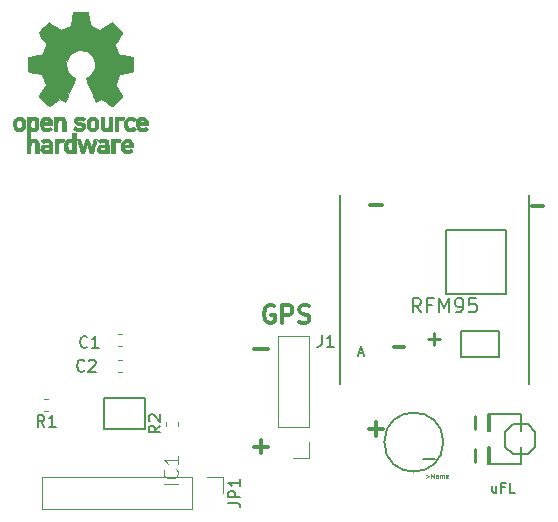
<source format=gbr>
G04 #@! TF.GenerationSoftware,KiCad,Pcbnew,(5.0.2)-1*
G04 #@! TF.CreationDate,2019-05-14T17:11:37+02:00*
G04 #@! TF.ProjectId,Mini-Lora,4d696e69-2d4c-46f7-9261-2e6b69636164,rev?*
G04 #@! TF.SameCoordinates,Original*
G04 #@! TF.FileFunction,Legend,Top*
G04 #@! TF.FilePolarity,Positive*
%FSLAX46Y46*%
G04 Gerber Fmt 4.6, Leading zero omitted, Abs format (unit mm)*
G04 Created by KiCad (PCBNEW (5.0.2)-1) date 14/05/2019 17:11:37*
%MOMM*%
%LPD*%
G01*
G04 APERTURE LIST*
%ADD10C,0.300000*%
%ADD11C,0.190500*%
%ADD12C,0.010000*%
%ADD13C,0.120000*%
%ADD14C,0.127000*%
%ADD15C,0.254000*%
%ADD16C,0.203200*%
%ADD17C,0.152400*%
%ADD18C,0.150000*%
%ADD19C,0.301625*%
%ADD20C,0.317500*%
%ADD21C,0.331788*%
%ADD22C,0.349250*%
%ADD23C,0.177800*%
%ADD24C,0.279400*%
%ADD25C,0.133350*%
%ADD26C,0.032512*%
%ADD27C,0.096520*%
G04 APERTURE END LIST*
D10*
X161098649Y-100311377D02*
X159955792Y-100311377D01*
X170848649Y-107061377D02*
X169705792Y-107061377D01*
X170277221Y-106489948D02*
X170277221Y-107632805D01*
X161098649Y-108561377D02*
X159955792Y-108561377D01*
X160527221Y-107989948D02*
X160527221Y-109132805D01*
X161634363Y-96668520D02*
X161491506Y-96597091D01*
X161277221Y-96597091D01*
X161062935Y-96668520D01*
X160920078Y-96811377D01*
X160848649Y-96954234D01*
X160777221Y-97239948D01*
X160777221Y-97454234D01*
X160848649Y-97739948D01*
X160920078Y-97882805D01*
X161062935Y-98025662D01*
X161277221Y-98097091D01*
X161420078Y-98097091D01*
X161634363Y-98025662D01*
X161705792Y-97954234D01*
X161705792Y-97454234D01*
X161420078Y-97454234D01*
X162348649Y-98097091D02*
X162348649Y-96597091D01*
X162920078Y-96597091D01*
X163062935Y-96668520D01*
X163134363Y-96739948D01*
X163205792Y-96882805D01*
X163205792Y-97097091D01*
X163134363Y-97239948D01*
X163062935Y-97311377D01*
X162920078Y-97382805D01*
X162348649Y-97382805D01*
X163777221Y-98025662D02*
X163991506Y-98097091D01*
X164348649Y-98097091D01*
X164491506Y-98025662D01*
X164562935Y-97954234D01*
X164634363Y-97811377D01*
X164634363Y-97668520D01*
X164562935Y-97525662D01*
X164491506Y-97454234D01*
X164348649Y-97382805D01*
X164062935Y-97311377D01*
X163920078Y-97239948D01*
X163848649Y-97168520D01*
X163777221Y-97025662D01*
X163777221Y-96882805D01*
X163848649Y-96739948D01*
X163920078Y-96668520D01*
X164062935Y-96597091D01*
X164420078Y-96597091D01*
X164634363Y-96668520D01*
D11*
X174100515Y-97192547D02*
X173698348Y-96618023D01*
X173411086Y-97192547D02*
X173411086Y-95986047D01*
X173870705Y-95986047D01*
X173985610Y-96043500D01*
X174043063Y-96100952D01*
X174100515Y-96215857D01*
X174100515Y-96388214D01*
X174043063Y-96503119D01*
X173985610Y-96560571D01*
X173870705Y-96618023D01*
X173411086Y-96618023D01*
X175019753Y-96560571D02*
X174617586Y-96560571D01*
X174617586Y-97192547D02*
X174617586Y-95986047D01*
X175192110Y-95986047D01*
X175651729Y-97192547D02*
X175651729Y-95986047D01*
X176053896Y-96847833D01*
X176456063Y-95986047D01*
X176456063Y-97192547D01*
X177088039Y-97192547D02*
X177317848Y-97192547D01*
X177432753Y-97135095D01*
X177490205Y-97077642D01*
X177605110Y-96905285D01*
X177662563Y-96675476D01*
X177662563Y-96215857D01*
X177605110Y-96100952D01*
X177547658Y-96043500D01*
X177432753Y-95986047D01*
X177202944Y-95986047D01*
X177088039Y-96043500D01*
X177030586Y-96100952D01*
X176973134Y-96215857D01*
X176973134Y-96503119D01*
X177030586Y-96618023D01*
X177088039Y-96675476D01*
X177202944Y-96732928D01*
X177432753Y-96732928D01*
X177547658Y-96675476D01*
X177605110Y-96618023D01*
X177662563Y-96503119D01*
X178754158Y-95986047D02*
X178179634Y-95986047D01*
X178122182Y-96560571D01*
X178179634Y-96503119D01*
X178294539Y-96445666D01*
X178581801Y-96445666D01*
X178696705Y-96503119D01*
X178754158Y-96560571D01*
X178811610Y-96675476D01*
X178811610Y-96962738D01*
X178754158Y-97077642D01*
X178696705Y-97135095D01*
X178581801Y-97192547D01*
X178294539Y-97192547D01*
X178179634Y-97135095D01*
X178122182Y-97077642D01*
D12*
G04 #@! TO.C,REF\002A\002A*
G36*
X141469909Y-80659560D02*
X141522412Y-80685499D01*
X141587158Y-80730700D01*
X141634347Y-80779991D01*
X141666665Y-80841885D01*
X141686797Y-80924896D01*
X141697430Y-81037538D01*
X141701247Y-81188324D01*
X141701470Y-81253149D01*
X141700818Y-81395221D01*
X141698112Y-81496757D01*
X141692224Y-81567015D01*
X141682027Y-81615256D01*
X141666394Y-81650738D01*
X141650128Y-81674943D01*
X141546295Y-81777929D01*
X141424021Y-81839874D01*
X141292114Y-81858506D01*
X141159384Y-81831549D01*
X141117333Y-81812486D01*
X141016666Y-81760015D01*
X141016666Y-82582259D01*
X141090135Y-82544267D01*
X141186941Y-82514872D01*
X141305928Y-82507342D01*
X141424745Y-82521245D01*
X141514473Y-82552476D01*
X141588899Y-82611954D01*
X141652490Y-82697066D01*
X141657271Y-82705805D01*
X141677437Y-82746966D01*
X141692165Y-82788454D01*
X141702303Y-82838713D01*
X141708699Y-82906184D01*
X141712201Y-82999309D01*
X141713658Y-83126531D01*
X141713921Y-83269701D01*
X141713921Y-83726471D01*
X141440000Y-83726471D01*
X141440000Y-82884231D01*
X141363383Y-82819763D01*
X141283793Y-82768194D01*
X141208422Y-82758818D01*
X141132633Y-82782947D01*
X141092241Y-82806574D01*
X141062179Y-82840227D01*
X141040797Y-82891087D01*
X141026450Y-82966334D01*
X141017490Y-83073146D01*
X141012270Y-83218704D01*
X141010431Y-83315588D01*
X141004215Y-83714020D01*
X140873480Y-83721547D01*
X140742745Y-83729073D01*
X140742745Y-81256582D01*
X141016666Y-81256582D01*
X141023650Y-81394423D01*
X141047182Y-81490107D01*
X141091135Y-81549641D01*
X141159382Y-81579029D01*
X141228333Y-81584902D01*
X141306386Y-81578154D01*
X141358189Y-81551594D01*
X141390583Y-81516499D01*
X141416084Y-81478752D01*
X141431265Y-81436700D01*
X141438019Y-81377779D01*
X141438241Y-81289428D01*
X141435968Y-81215448D01*
X141430749Y-81104000D01*
X141422979Y-81030833D01*
X141409895Y-80984422D01*
X141388732Y-80953244D01*
X141368760Y-80935223D01*
X141285314Y-80895925D01*
X141186551Y-80889579D01*
X141129841Y-80903116D01*
X141073692Y-80951233D01*
X141036499Y-81044833D01*
X141018472Y-81183254D01*
X141016666Y-81256582D01*
X140742745Y-81256582D01*
X140742745Y-80638628D01*
X140879705Y-80638628D01*
X140961935Y-80641879D01*
X141004360Y-80653426D01*
X141016661Y-80675952D01*
X141016666Y-80676620D01*
X141022374Y-80698681D01*
X141047547Y-80696176D01*
X141097598Y-80671935D01*
X141214219Y-80634851D01*
X141345429Y-80630953D01*
X141469909Y-80659560D01*
X141469909Y-80659560D01*
G37*
X141469909Y-80659560D02*
X141522412Y-80685499D01*
X141587158Y-80730700D01*
X141634347Y-80779991D01*
X141666665Y-80841885D01*
X141686797Y-80924896D01*
X141697430Y-81037538D01*
X141701247Y-81188324D01*
X141701470Y-81253149D01*
X141700818Y-81395221D01*
X141698112Y-81496757D01*
X141692224Y-81567015D01*
X141682027Y-81615256D01*
X141666394Y-81650738D01*
X141650128Y-81674943D01*
X141546295Y-81777929D01*
X141424021Y-81839874D01*
X141292114Y-81858506D01*
X141159384Y-81831549D01*
X141117333Y-81812486D01*
X141016666Y-81760015D01*
X141016666Y-82582259D01*
X141090135Y-82544267D01*
X141186941Y-82514872D01*
X141305928Y-82507342D01*
X141424745Y-82521245D01*
X141514473Y-82552476D01*
X141588899Y-82611954D01*
X141652490Y-82697066D01*
X141657271Y-82705805D01*
X141677437Y-82746966D01*
X141692165Y-82788454D01*
X141702303Y-82838713D01*
X141708699Y-82906184D01*
X141712201Y-82999309D01*
X141713658Y-83126531D01*
X141713921Y-83269701D01*
X141713921Y-83726471D01*
X141440000Y-83726471D01*
X141440000Y-82884231D01*
X141363383Y-82819763D01*
X141283793Y-82768194D01*
X141208422Y-82758818D01*
X141132633Y-82782947D01*
X141092241Y-82806574D01*
X141062179Y-82840227D01*
X141040797Y-82891087D01*
X141026450Y-82966334D01*
X141017490Y-83073146D01*
X141012270Y-83218704D01*
X141010431Y-83315588D01*
X141004215Y-83714020D01*
X140873480Y-83721547D01*
X140742745Y-83729073D01*
X140742745Y-81256582D01*
X141016666Y-81256582D01*
X141023650Y-81394423D01*
X141047182Y-81490107D01*
X141091135Y-81549641D01*
X141159382Y-81579029D01*
X141228333Y-81584902D01*
X141306386Y-81578154D01*
X141358189Y-81551594D01*
X141390583Y-81516499D01*
X141416084Y-81478752D01*
X141431265Y-81436700D01*
X141438019Y-81377779D01*
X141438241Y-81289428D01*
X141435968Y-81215448D01*
X141430749Y-81104000D01*
X141422979Y-81030833D01*
X141409895Y-80984422D01*
X141388732Y-80953244D01*
X141368760Y-80935223D01*
X141285314Y-80895925D01*
X141186551Y-80889579D01*
X141129841Y-80903116D01*
X141073692Y-80951233D01*
X141036499Y-81044833D01*
X141018472Y-81183254D01*
X141016666Y-81256582D01*
X140742745Y-81256582D01*
X140742745Y-80638628D01*
X140879705Y-80638628D01*
X140961935Y-80641879D01*
X141004360Y-80653426D01*
X141016661Y-80675952D01*
X141016666Y-80676620D01*
X141022374Y-80698681D01*
X141047547Y-80696176D01*
X141097598Y-80671935D01*
X141214219Y-80634851D01*
X141345429Y-80630953D01*
X141469909Y-80659560D01*
G36*
X142508720Y-82515922D02*
X142625870Y-82547180D01*
X142715051Y-82603837D01*
X142777984Y-82678045D01*
X142797548Y-82709716D01*
X142811992Y-82742891D01*
X142822089Y-82785329D01*
X142828615Y-82844788D01*
X142832342Y-82929029D01*
X142834046Y-83045810D01*
X142834500Y-83202890D01*
X142834509Y-83244565D01*
X142834509Y-83726471D01*
X142714980Y-83726471D01*
X142638739Y-83721131D01*
X142582366Y-83707604D01*
X142568242Y-83699262D01*
X142529630Y-83684864D01*
X142490192Y-83699262D01*
X142425262Y-83717237D01*
X142330945Y-83724472D01*
X142226407Y-83721333D01*
X142130811Y-83708186D01*
X142075000Y-83691318D01*
X141966998Y-83621986D01*
X141899503Y-83525772D01*
X141869159Y-83397844D01*
X141868877Y-83394559D01*
X141871540Y-83337808D01*
X142112353Y-83337808D01*
X142133405Y-83402358D01*
X142167697Y-83438686D01*
X142236532Y-83466162D01*
X142327390Y-83477129D01*
X142420042Y-83471731D01*
X142494256Y-83450110D01*
X142515049Y-83436239D01*
X142551381Y-83372143D01*
X142560588Y-83299278D01*
X142560588Y-83203530D01*
X142422827Y-83203530D01*
X142291953Y-83213605D01*
X142192741Y-83242148D01*
X142131023Y-83286639D01*
X142112353Y-83337808D01*
X141871540Y-83337808D01*
X141875436Y-83254790D01*
X141921534Y-83144282D01*
X142008200Y-83060712D01*
X142020179Y-83053110D01*
X142071655Y-83028357D01*
X142135368Y-83013368D01*
X142224435Y-83006082D01*
X142330245Y-83004407D01*
X142560588Y-83004314D01*
X142560588Y-82907755D01*
X142550817Y-82832836D01*
X142525884Y-82782644D01*
X142522965Y-82779972D01*
X142467481Y-82758015D01*
X142383727Y-82749505D01*
X142291167Y-82753687D01*
X142209270Y-82769809D01*
X142160673Y-82793990D01*
X142134341Y-82813359D01*
X142106535Y-82817057D01*
X142068161Y-82801188D01*
X142010125Y-82761855D01*
X141923331Y-82695164D01*
X141915365Y-82688916D01*
X141919447Y-82665800D01*
X141953501Y-82627352D01*
X142005260Y-82584627D01*
X142062455Y-82548679D01*
X142080425Y-82540191D01*
X142145972Y-82523252D01*
X142242020Y-82511170D01*
X142349329Y-82506323D01*
X142354347Y-82506313D01*
X142508720Y-82515922D01*
X142508720Y-82515922D01*
G37*
X142508720Y-82515922D02*
X142625870Y-82547180D01*
X142715051Y-82603837D01*
X142777984Y-82678045D01*
X142797548Y-82709716D01*
X142811992Y-82742891D01*
X142822089Y-82785329D01*
X142828615Y-82844788D01*
X142832342Y-82929029D01*
X142834046Y-83045810D01*
X142834500Y-83202890D01*
X142834509Y-83244565D01*
X142834509Y-83726471D01*
X142714980Y-83726471D01*
X142638739Y-83721131D01*
X142582366Y-83707604D01*
X142568242Y-83699262D01*
X142529630Y-83684864D01*
X142490192Y-83699262D01*
X142425262Y-83717237D01*
X142330945Y-83724472D01*
X142226407Y-83721333D01*
X142130811Y-83708186D01*
X142075000Y-83691318D01*
X141966998Y-83621986D01*
X141899503Y-83525772D01*
X141869159Y-83397844D01*
X141868877Y-83394559D01*
X141871540Y-83337808D01*
X142112353Y-83337808D01*
X142133405Y-83402358D01*
X142167697Y-83438686D01*
X142236532Y-83466162D01*
X142327390Y-83477129D01*
X142420042Y-83471731D01*
X142494256Y-83450110D01*
X142515049Y-83436239D01*
X142551381Y-83372143D01*
X142560588Y-83299278D01*
X142560588Y-83203530D01*
X142422827Y-83203530D01*
X142291953Y-83213605D01*
X142192741Y-83242148D01*
X142131023Y-83286639D01*
X142112353Y-83337808D01*
X141871540Y-83337808D01*
X141875436Y-83254790D01*
X141921534Y-83144282D01*
X142008200Y-83060712D01*
X142020179Y-83053110D01*
X142071655Y-83028357D01*
X142135368Y-83013368D01*
X142224435Y-83006082D01*
X142330245Y-83004407D01*
X142560588Y-83004314D01*
X142560588Y-82907755D01*
X142550817Y-82832836D01*
X142525884Y-82782644D01*
X142522965Y-82779972D01*
X142467481Y-82758015D01*
X142383727Y-82749505D01*
X142291167Y-82753687D01*
X142209270Y-82769809D01*
X142160673Y-82793990D01*
X142134341Y-82813359D01*
X142106535Y-82817057D01*
X142068161Y-82801188D01*
X142010125Y-82761855D01*
X141923331Y-82695164D01*
X141915365Y-82688916D01*
X141919447Y-82665800D01*
X141953501Y-82627352D01*
X142005260Y-82584627D01*
X142062455Y-82548679D01*
X142080425Y-82540191D01*
X142145972Y-82523252D01*
X142242020Y-82511170D01*
X142349329Y-82506323D01*
X142354347Y-82506313D01*
X142508720Y-82515922D01*
G36*
X143282764Y-82508921D02*
X143320030Y-82520091D01*
X143332043Y-82544633D01*
X143332549Y-82555712D01*
X143334704Y-82586572D01*
X143349551Y-82591417D01*
X143389657Y-82570260D01*
X143413480Y-82555806D01*
X143488638Y-82524850D01*
X143578406Y-82509544D01*
X143672529Y-82508367D01*
X143760754Y-82519799D01*
X143832826Y-82542320D01*
X143878492Y-82574409D01*
X143887498Y-82614545D01*
X143882953Y-82625415D01*
X143849821Y-82670534D01*
X143798445Y-82726026D01*
X143789152Y-82734996D01*
X143740182Y-82776245D01*
X143697931Y-82789572D01*
X143638841Y-82780271D01*
X143615169Y-82774090D01*
X143541504Y-82759246D01*
X143489710Y-82765921D01*
X143445969Y-82789465D01*
X143405902Y-82821061D01*
X143376392Y-82860798D01*
X143355884Y-82916252D01*
X143342824Y-82995003D01*
X143335656Y-83104629D01*
X143332824Y-83252706D01*
X143332549Y-83342111D01*
X143332549Y-83726471D01*
X143083529Y-83726471D01*
X143083529Y-82506275D01*
X143208039Y-82506275D01*
X143282764Y-82508921D01*
X143282764Y-82508921D01*
G37*
X143282764Y-82508921D02*
X143320030Y-82520091D01*
X143332043Y-82544633D01*
X143332549Y-82555712D01*
X143334704Y-82586572D01*
X143349551Y-82591417D01*
X143389657Y-82570260D01*
X143413480Y-82555806D01*
X143488638Y-82524850D01*
X143578406Y-82509544D01*
X143672529Y-82508367D01*
X143760754Y-82519799D01*
X143832826Y-82542320D01*
X143878492Y-82574409D01*
X143887498Y-82614545D01*
X143882953Y-82625415D01*
X143849821Y-82670534D01*
X143798445Y-82726026D01*
X143789152Y-82734996D01*
X143740182Y-82776245D01*
X143697931Y-82789572D01*
X143638841Y-82780271D01*
X143615169Y-82774090D01*
X143541504Y-82759246D01*
X143489710Y-82765921D01*
X143445969Y-82789465D01*
X143405902Y-82821061D01*
X143376392Y-82860798D01*
X143355884Y-82916252D01*
X143342824Y-82995003D01*
X143335656Y-83104629D01*
X143332824Y-83252706D01*
X143332549Y-83342111D01*
X143332549Y-83726471D01*
X143083529Y-83726471D01*
X143083529Y-82506275D01*
X143208039Y-82506275D01*
X143282764Y-82508921D01*
G36*
X144851568Y-83726471D02*
X144714607Y-83726471D01*
X144635111Y-83724140D01*
X144593708Y-83714488D01*
X144578801Y-83693525D01*
X144577647Y-83679351D01*
X144575133Y-83650927D01*
X144559280Y-83645475D01*
X144517621Y-83662998D01*
X144485224Y-83679351D01*
X144360849Y-83718103D01*
X144225646Y-83720346D01*
X144115726Y-83691444D01*
X144013366Y-83621619D01*
X143935340Y-83518555D01*
X143892614Y-83396989D01*
X143891526Y-83390192D01*
X143885178Y-83316032D01*
X143882021Y-83209570D01*
X143882275Y-83129052D01*
X144154289Y-83129052D01*
X144160590Y-83236070D01*
X144174925Y-83324278D01*
X144194331Y-83374090D01*
X144267746Y-83442162D01*
X144354914Y-83466564D01*
X144444804Y-83446831D01*
X144521617Y-83387968D01*
X144550708Y-83348379D01*
X144567717Y-83301138D01*
X144575684Y-83232181D01*
X144577647Y-83128607D01*
X144574134Y-83026039D01*
X144564857Y-82935921D01*
X144551706Y-82875613D01*
X144549514Y-82870208D01*
X144496478Y-82805940D01*
X144419067Y-82770656D01*
X144332454Y-82764959D01*
X144251807Y-82789453D01*
X144192297Y-82844742D01*
X144186124Y-82855743D01*
X144166801Y-82922827D01*
X144156274Y-83019284D01*
X144154289Y-83129052D01*
X143882275Y-83129052D01*
X143882404Y-83088225D01*
X143884194Y-83022918D01*
X143896373Y-82861355D01*
X143921685Y-82740053D01*
X143963793Y-82650379D01*
X144026359Y-82583699D01*
X144087100Y-82544557D01*
X144171964Y-82517040D01*
X144277515Y-82507603D01*
X144385598Y-82515290D01*
X144478058Y-82539146D01*
X144526910Y-82567685D01*
X144577647Y-82613601D01*
X144577647Y-82033137D01*
X144851568Y-82033137D01*
X144851568Y-83726471D01*
X144851568Y-83726471D01*
G37*
X144851568Y-83726471D02*
X144714607Y-83726471D01*
X144635111Y-83724140D01*
X144593708Y-83714488D01*
X144578801Y-83693525D01*
X144577647Y-83679351D01*
X144575133Y-83650927D01*
X144559280Y-83645475D01*
X144517621Y-83662998D01*
X144485224Y-83679351D01*
X144360849Y-83718103D01*
X144225646Y-83720346D01*
X144115726Y-83691444D01*
X144013366Y-83621619D01*
X143935340Y-83518555D01*
X143892614Y-83396989D01*
X143891526Y-83390192D01*
X143885178Y-83316032D01*
X143882021Y-83209570D01*
X143882275Y-83129052D01*
X144154289Y-83129052D01*
X144160590Y-83236070D01*
X144174925Y-83324278D01*
X144194331Y-83374090D01*
X144267746Y-83442162D01*
X144354914Y-83466564D01*
X144444804Y-83446831D01*
X144521617Y-83387968D01*
X144550708Y-83348379D01*
X144567717Y-83301138D01*
X144575684Y-83232181D01*
X144577647Y-83128607D01*
X144574134Y-83026039D01*
X144564857Y-82935921D01*
X144551706Y-82875613D01*
X144549514Y-82870208D01*
X144496478Y-82805940D01*
X144419067Y-82770656D01*
X144332454Y-82764959D01*
X144251807Y-82789453D01*
X144192297Y-82844742D01*
X144186124Y-82855743D01*
X144166801Y-82922827D01*
X144156274Y-83019284D01*
X144154289Y-83129052D01*
X143882275Y-83129052D01*
X143882404Y-83088225D01*
X143884194Y-83022918D01*
X143896373Y-82861355D01*
X143921685Y-82740053D01*
X143963793Y-82650379D01*
X144026359Y-82583699D01*
X144087100Y-82544557D01*
X144171964Y-82517040D01*
X144277515Y-82507603D01*
X144385598Y-82515290D01*
X144478058Y-82539146D01*
X144526910Y-82567685D01*
X144577647Y-82613601D01*
X144577647Y-82033137D01*
X144851568Y-82033137D01*
X144851568Y-83726471D01*
G36*
X145807528Y-82511332D02*
X145906014Y-82518726D01*
X146034776Y-82904706D01*
X146163537Y-83290686D01*
X146203911Y-83153726D01*
X146228207Y-83069083D01*
X146260167Y-82954697D01*
X146294679Y-82828963D01*
X146312928Y-82761520D01*
X146381571Y-82506275D01*
X146664773Y-82506275D01*
X146580122Y-82773971D01*
X146538435Y-82905638D01*
X146488074Y-83064458D01*
X146435481Y-83230128D01*
X146388530Y-83377843D01*
X146281589Y-83714020D01*
X146050661Y-83729044D01*
X145988050Y-83522316D01*
X145949438Y-83393896D01*
X145907300Y-83252322D01*
X145870472Y-83127285D01*
X145869018Y-83122309D01*
X145841511Y-83037586D01*
X145817242Y-82979778D01*
X145800243Y-82957918D01*
X145796750Y-82960446D01*
X145784490Y-82994336D01*
X145761195Y-83066930D01*
X145729700Y-83169101D01*
X145692842Y-83291720D01*
X145672899Y-83359167D01*
X145564895Y-83726471D01*
X145335679Y-83726471D01*
X145152439Y-83147500D01*
X145100963Y-82985091D01*
X145054070Y-82837602D01*
X145013977Y-82711960D01*
X144982897Y-82615095D01*
X144963045Y-82553934D01*
X144957011Y-82536065D01*
X144961788Y-82517768D01*
X144999297Y-82509755D01*
X145077355Y-82510557D01*
X145089574Y-82511163D01*
X145234326Y-82518726D01*
X145329130Y-82867353D01*
X145363977Y-82994497D01*
X145395117Y-83106265D01*
X145419809Y-83192953D01*
X145435312Y-83244856D01*
X145438176Y-83253318D01*
X145450046Y-83243587D01*
X145473983Y-83193172D01*
X145507239Y-83108935D01*
X145547064Y-82997741D01*
X145580730Y-82897297D01*
X145709041Y-82503939D01*
X145807528Y-82511332D01*
X145807528Y-82511332D01*
G37*
X145807528Y-82511332D02*
X145906014Y-82518726D01*
X146034776Y-82904706D01*
X146163537Y-83290686D01*
X146203911Y-83153726D01*
X146228207Y-83069083D01*
X146260167Y-82954697D01*
X146294679Y-82828963D01*
X146312928Y-82761520D01*
X146381571Y-82506275D01*
X146664773Y-82506275D01*
X146580122Y-82773971D01*
X146538435Y-82905638D01*
X146488074Y-83064458D01*
X146435481Y-83230128D01*
X146388530Y-83377843D01*
X146281589Y-83714020D01*
X146050661Y-83729044D01*
X145988050Y-83522316D01*
X145949438Y-83393896D01*
X145907300Y-83252322D01*
X145870472Y-83127285D01*
X145869018Y-83122309D01*
X145841511Y-83037586D01*
X145817242Y-82979778D01*
X145800243Y-82957918D01*
X145796750Y-82960446D01*
X145784490Y-82994336D01*
X145761195Y-83066930D01*
X145729700Y-83169101D01*
X145692842Y-83291720D01*
X145672899Y-83359167D01*
X145564895Y-83726471D01*
X145335679Y-83726471D01*
X145152439Y-83147500D01*
X145100963Y-82985091D01*
X145054070Y-82837602D01*
X145013977Y-82711960D01*
X144982897Y-82615095D01*
X144963045Y-82553934D01*
X144957011Y-82536065D01*
X144961788Y-82517768D01*
X144999297Y-82509755D01*
X145077355Y-82510557D01*
X145089574Y-82511163D01*
X145234326Y-82518726D01*
X145329130Y-82867353D01*
X145363977Y-82994497D01*
X145395117Y-83106265D01*
X145419809Y-83192953D01*
X145435312Y-83244856D01*
X145438176Y-83253318D01*
X145450046Y-83243587D01*
X145473983Y-83193172D01*
X145507239Y-83108935D01*
X145547064Y-82997741D01*
X145580730Y-82897297D01*
X145709041Y-82503939D01*
X145807528Y-82511332D01*
G36*
X147306459Y-82513669D02*
X147411420Y-82539163D01*
X147441761Y-82552669D01*
X147500573Y-82588046D01*
X147545709Y-82627890D01*
X147579106Y-82679120D01*
X147602701Y-82748654D01*
X147618433Y-82843409D01*
X147628239Y-82970305D01*
X147634057Y-83136258D01*
X147636266Y-83247108D01*
X147644396Y-83726471D01*
X147505531Y-83726471D01*
X147421287Y-83722938D01*
X147377884Y-83710866D01*
X147366666Y-83690594D01*
X147360744Y-83668674D01*
X147334266Y-83672865D01*
X147298186Y-83690441D01*
X147207862Y-83717382D01*
X147091777Y-83724642D01*
X146969680Y-83712767D01*
X146861321Y-83682305D01*
X146851602Y-83678077D01*
X146752568Y-83608505D01*
X146687281Y-83511789D01*
X146657240Y-83398738D01*
X146659535Y-83358122D01*
X146904633Y-83358122D01*
X146926229Y-83412782D01*
X146990259Y-83451952D01*
X147093565Y-83472974D01*
X147148774Y-83475766D01*
X147240782Y-83468620D01*
X147301941Y-83440848D01*
X147316862Y-83427647D01*
X147357287Y-83355829D01*
X147366666Y-83290686D01*
X147366666Y-83203530D01*
X147245269Y-83203530D01*
X147104153Y-83210722D01*
X147005173Y-83233345D01*
X146942633Y-83272964D01*
X146928631Y-83290628D01*
X146904633Y-83358122D01*
X146659535Y-83358122D01*
X146663941Y-83280157D01*
X146708880Y-83166855D01*
X146770196Y-83090285D01*
X146807332Y-83057181D01*
X146843687Y-83035425D01*
X146890990Y-83022161D01*
X146960973Y-83014528D01*
X147065364Y-83009670D01*
X147106770Y-83008273D01*
X147366666Y-82999780D01*
X147366285Y-82921116D01*
X147356219Y-82838428D01*
X147319829Y-82788431D01*
X147246311Y-82756489D01*
X147244339Y-82755920D01*
X147140105Y-82743361D01*
X147038108Y-82759766D01*
X146962305Y-82799657D01*
X146931890Y-82819354D01*
X146899132Y-82816629D01*
X146848721Y-82788091D01*
X146819119Y-82767950D01*
X146761218Y-82724919D01*
X146725352Y-82692662D01*
X146719597Y-82683427D01*
X146743295Y-82635636D01*
X146813313Y-82578562D01*
X146843725Y-82559305D01*
X146931155Y-82526140D01*
X147048983Y-82507350D01*
X147179866Y-82503129D01*
X147306459Y-82513669D01*
X147306459Y-82513669D01*
G37*
X147306459Y-82513669D02*
X147411420Y-82539163D01*
X147441761Y-82552669D01*
X147500573Y-82588046D01*
X147545709Y-82627890D01*
X147579106Y-82679120D01*
X147602701Y-82748654D01*
X147618433Y-82843409D01*
X147628239Y-82970305D01*
X147634057Y-83136258D01*
X147636266Y-83247108D01*
X147644396Y-83726471D01*
X147505531Y-83726471D01*
X147421287Y-83722938D01*
X147377884Y-83710866D01*
X147366666Y-83690594D01*
X147360744Y-83668674D01*
X147334266Y-83672865D01*
X147298186Y-83690441D01*
X147207862Y-83717382D01*
X147091777Y-83724642D01*
X146969680Y-83712767D01*
X146861321Y-83682305D01*
X146851602Y-83678077D01*
X146752568Y-83608505D01*
X146687281Y-83511789D01*
X146657240Y-83398738D01*
X146659535Y-83358122D01*
X146904633Y-83358122D01*
X146926229Y-83412782D01*
X146990259Y-83451952D01*
X147093565Y-83472974D01*
X147148774Y-83475766D01*
X147240782Y-83468620D01*
X147301941Y-83440848D01*
X147316862Y-83427647D01*
X147357287Y-83355829D01*
X147366666Y-83290686D01*
X147366666Y-83203530D01*
X147245269Y-83203530D01*
X147104153Y-83210722D01*
X147005173Y-83233345D01*
X146942633Y-83272964D01*
X146928631Y-83290628D01*
X146904633Y-83358122D01*
X146659535Y-83358122D01*
X146663941Y-83280157D01*
X146708880Y-83166855D01*
X146770196Y-83090285D01*
X146807332Y-83057181D01*
X146843687Y-83035425D01*
X146890990Y-83022161D01*
X146960973Y-83014528D01*
X147065364Y-83009670D01*
X147106770Y-83008273D01*
X147366666Y-82999780D01*
X147366285Y-82921116D01*
X147356219Y-82838428D01*
X147319829Y-82788431D01*
X147246311Y-82756489D01*
X147244339Y-82755920D01*
X147140105Y-82743361D01*
X147038108Y-82759766D01*
X146962305Y-82799657D01*
X146931890Y-82819354D01*
X146899132Y-82816629D01*
X146848721Y-82788091D01*
X146819119Y-82767950D01*
X146761218Y-82724919D01*
X146725352Y-82692662D01*
X146719597Y-82683427D01*
X146743295Y-82635636D01*
X146813313Y-82578562D01*
X146843725Y-82559305D01*
X146931155Y-82526140D01*
X147048983Y-82507350D01*
X147179866Y-82503129D01*
X147306459Y-82513669D01*
G36*
X148488446Y-82505883D02*
X148584177Y-82524755D01*
X148638677Y-82552699D01*
X148696008Y-82599123D01*
X148614441Y-82702111D01*
X148564150Y-82764479D01*
X148530001Y-82794907D01*
X148496063Y-82799555D01*
X148446406Y-82784586D01*
X148423096Y-82776117D01*
X148328063Y-82763622D01*
X148241032Y-82790406D01*
X148177138Y-82850915D01*
X148166759Y-82870208D01*
X148155456Y-82921314D01*
X148146732Y-83015500D01*
X148140997Y-83146089D01*
X148138660Y-83306405D01*
X148138627Y-83329211D01*
X148138627Y-83726471D01*
X147864705Y-83726471D01*
X147864705Y-82506275D01*
X148001666Y-82506275D01*
X148080638Y-82508337D01*
X148121779Y-82517513D01*
X148136992Y-82538290D01*
X148138627Y-82557886D01*
X148138627Y-82609497D01*
X148204240Y-82557886D01*
X148279475Y-82522675D01*
X148380544Y-82505265D01*
X148488446Y-82505883D01*
X148488446Y-82505883D01*
G37*
X148488446Y-82505883D02*
X148584177Y-82524755D01*
X148638677Y-82552699D01*
X148696008Y-82599123D01*
X148614441Y-82702111D01*
X148564150Y-82764479D01*
X148530001Y-82794907D01*
X148496063Y-82799555D01*
X148446406Y-82784586D01*
X148423096Y-82776117D01*
X148328063Y-82763622D01*
X148241032Y-82790406D01*
X148177138Y-82850915D01*
X148166759Y-82870208D01*
X148155456Y-82921314D01*
X148146732Y-83015500D01*
X148140997Y-83146089D01*
X148138660Y-83306405D01*
X148138627Y-83329211D01*
X148138627Y-83726471D01*
X147864705Y-83726471D01*
X147864705Y-82506275D01*
X148001666Y-82506275D01*
X148080638Y-82508337D01*
X148121779Y-82517513D01*
X148136992Y-82538290D01*
X148138627Y-82557886D01*
X148138627Y-82609497D01*
X148204240Y-82557886D01*
X148279475Y-82522675D01*
X148380544Y-82505265D01*
X148488446Y-82505883D01*
G36*
X149275307Y-82512784D02*
X149394337Y-82543731D01*
X149494021Y-82607600D01*
X149542288Y-82655313D01*
X149621408Y-82768106D01*
X149666752Y-82898950D01*
X149682330Y-83059792D01*
X149682410Y-83072794D01*
X149682549Y-83203530D01*
X148930091Y-83203530D01*
X148946130Y-83272010D01*
X148975091Y-83334031D01*
X149025778Y-83398654D01*
X149036379Y-83408971D01*
X149127494Y-83464805D01*
X149231400Y-83474275D01*
X149351000Y-83437540D01*
X149371274Y-83427647D01*
X149433456Y-83397574D01*
X149475106Y-83380440D01*
X149482373Y-83378855D01*
X149507740Y-83394242D01*
X149556120Y-83431887D01*
X149580679Y-83452459D01*
X149631570Y-83499714D01*
X149648281Y-83530917D01*
X149636683Y-83559620D01*
X149630483Y-83567468D01*
X149588493Y-83601819D01*
X149519206Y-83643565D01*
X149470882Y-83667935D01*
X149333711Y-83710873D01*
X149181847Y-83724786D01*
X149038024Y-83708300D01*
X148997745Y-83696496D01*
X148873078Y-83629689D01*
X148780671Y-83526892D01*
X148719990Y-83387105D01*
X148690498Y-83209330D01*
X148687260Y-83116373D01*
X148696714Y-82981033D01*
X148935490Y-82981033D01*
X148958584Y-82991038D01*
X149020662Y-82998888D01*
X149110914Y-83003521D01*
X149172058Y-83004314D01*
X149282040Y-83003549D01*
X149351457Y-82999970D01*
X149389538Y-82991649D01*
X149405515Y-82976657D01*
X149408627Y-82954903D01*
X149387278Y-82887892D01*
X149333529Y-82821664D01*
X149262822Y-82770832D01*
X149192089Y-82750038D01*
X149096016Y-82768484D01*
X149012849Y-82821811D01*
X148955186Y-82898677D01*
X148935490Y-82981033D01*
X148696714Y-82981033D01*
X148701028Y-82919291D01*
X148743520Y-82762271D01*
X148815635Y-82644069D01*
X148918273Y-82563440D01*
X149052332Y-82519139D01*
X149124957Y-82510607D01*
X149275307Y-82512784D01*
X149275307Y-82512784D01*
G37*
X149275307Y-82512784D02*
X149394337Y-82543731D01*
X149494021Y-82607600D01*
X149542288Y-82655313D01*
X149621408Y-82768106D01*
X149666752Y-82898950D01*
X149682330Y-83059792D01*
X149682410Y-83072794D01*
X149682549Y-83203530D01*
X148930091Y-83203530D01*
X148946130Y-83272010D01*
X148975091Y-83334031D01*
X149025778Y-83398654D01*
X149036379Y-83408971D01*
X149127494Y-83464805D01*
X149231400Y-83474275D01*
X149351000Y-83437540D01*
X149371274Y-83427647D01*
X149433456Y-83397574D01*
X149475106Y-83380440D01*
X149482373Y-83378855D01*
X149507740Y-83394242D01*
X149556120Y-83431887D01*
X149580679Y-83452459D01*
X149631570Y-83499714D01*
X149648281Y-83530917D01*
X149636683Y-83559620D01*
X149630483Y-83567468D01*
X149588493Y-83601819D01*
X149519206Y-83643565D01*
X149470882Y-83667935D01*
X149333711Y-83710873D01*
X149181847Y-83724786D01*
X149038024Y-83708300D01*
X148997745Y-83696496D01*
X148873078Y-83629689D01*
X148780671Y-83526892D01*
X148719990Y-83387105D01*
X148690498Y-83209330D01*
X148687260Y-83116373D01*
X148696714Y-82981033D01*
X148935490Y-82981033D01*
X148958584Y-82991038D01*
X149020662Y-82998888D01*
X149110914Y-83003521D01*
X149172058Y-83004314D01*
X149282040Y-83003549D01*
X149351457Y-82999970D01*
X149389538Y-82991649D01*
X149405515Y-82976657D01*
X149408627Y-82954903D01*
X149387278Y-82887892D01*
X149333529Y-82821664D01*
X149262822Y-82770832D01*
X149192089Y-82750038D01*
X149096016Y-82768484D01*
X149012849Y-82821811D01*
X148955186Y-82898677D01*
X148935490Y-82981033D01*
X148696714Y-82981033D01*
X148701028Y-82919291D01*
X148743520Y-82762271D01*
X148815635Y-82644069D01*
X148918273Y-82563440D01*
X149052332Y-82519139D01*
X149124957Y-82510607D01*
X149275307Y-82512784D01*
G36*
X140223247Y-80651568D02*
X140353522Y-80709163D01*
X140452419Y-80805334D01*
X140520082Y-80940229D01*
X140556655Y-81113996D01*
X140559276Y-81141126D01*
X140561330Y-81332408D01*
X140534699Y-81500073D01*
X140481001Y-81635967D01*
X140452247Y-81679681D01*
X140352091Y-81772198D01*
X140224537Y-81832119D01*
X140081837Y-81856985D01*
X139936240Y-81844339D01*
X139825562Y-81805391D01*
X139730384Y-81739755D01*
X139652594Y-81653699D01*
X139651249Y-81651685D01*
X139619657Y-81598570D01*
X139599127Y-81545160D01*
X139586695Y-81477754D01*
X139579397Y-81382653D01*
X139576182Y-81304666D01*
X139574844Y-81233944D01*
X139823814Y-81233944D01*
X139826247Y-81304348D01*
X139835080Y-81398068D01*
X139850664Y-81458214D01*
X139878766Y-81501006D01*
X139905086Y-81526002D01*
X139998392Y-81578338D01*
X140096020Y-81585333D01*
X140186942Y-81547676D01*
X140232402Y-81505479D01*
X140265162Y-81462956D01*
X140284323Y-81422267D01*
X140292733Y-81369314D01*
X140293237Y-81289997D01*
X140290645Y-81216950D01*
X140285071Y-81112601D01*
X140276234Y-81044920D01*
X140260307Y-81000774D01*
X140233462Y-80967031D01*
X140212189Y-80947746D01*
X140123206Y-80897086D01*
X140027211Y-80894560D01*
X139946719Y-80924567D01*
X139878053Y-80987231D01*
X139837144Y-81090168D01*
X139823814Y-81233944D01*
X139574844Y-81233944D01*
X139573246Y-81149582D01*
X139578260Y-81033600D01*
X139593283Y-80946367D01*
X139620376Y-80877530D01*
X139661600Y-80816737D01*
X139676885Y-80798686D01*
X139772454Y-80708746D01*
X139874961Y-80656211D01*
X140000321Y-80634201D01*
X140061450Y-80632402D01*
X140223247Y-80651568D01*
X140223247Y-80651568D01*
G37*
X140223247Y-80651568D02*
X140353522Y-80709163D01*
X140452419Y-80805334D01*
X140520082Y-80940229D01*
X140556655Y-81113996D01*
X140559276Y-81141126D01*
X140561330Y-81332408D01*
X140534699Y-81500073D01*
X140481001Y-81635967D01*
X140452247Y-81679681D01*
X140352091Y-81772198D01*
X140224537Y-81832119D01*
X140081837Y-81856985D01*
X139936240Y-81844339D01*
X139825562Y-81805391D01*
X139730384Y-81739755D01*
X139652594Y-81653699D01*
X139651249Y-81651685D01*
X139619657Y-81598570D01*
X139599127Y-81545160D01*
X139586695Y-81477754D01*
X139579397Y-81382653D01*
X139576182Y-81304666D01*
X139574844Y-81233944D01*
X139823814Y-81233944D01*
X139826247Y-81304348D01*
X139835080Y-81398068D01*
X139850664Y-81458214D01*
X139878766Y-81501006D01*
X139905086Y-81526002D01*
X139998392Y-81578338D01*
X140096020Y-81585333D01*
X140186942Y-81547676D01*
X140232402Y-81505479D01*
X140265162Y-81462956D01*
X140284323Y-81422267D01*
X140292733Y-81369314D01*
X140293237Y-81289997D01*
X140290645Y-81216950D01*
X140285071Y-81112601D01*
X140276234Y-81044920D01*
X140260307Y-81000774D01*
X140233462Y-80967031D01*
X140212189Y-80947746D01*
X140123206Y-80897086D01*
X140027211Y-80894560D01*
X139946719Y-80924567D01*
X139878053Y-80987231D01*
X139837144Y-81090168D01*
X139823814Y-81233944D01*
X139574844Y-81233944D01*
X139573246Y-81149582D01*
X139578260Y-81033600D01*
X139593283Y-80946367D01*
X139620376Y-80877530D01*
X139661600Y-80816737D01*
X139676885Y-80798686D01*
X139772454Y-80708746D01*
X139874961Y-80656211D01*
X140000321Y-80634201D01*
X140061450Y-80632402D01*
X140223247Y-80651568D01*
G36*
X142563204Y-80666354D02*
X142588019Y-80678037D01*
X142673906Y-80740951D01*
X142755121Y-80832769D01*
X142815764Y-80933868D01*
X142833012Y-80980349D01*
X142848749Y-81063376D01*
X142858133Y-81163713D01*
X142859272Y-81205147D01*
X142859411Y-81335882D01*
X142106953Y-81335882D01*
X142122993Y-81404363D01*
X142162363Y-81485355D01*
X142231194Y-81555351D01*
X142313081Y-81600441D01*
X142365263Y-81609804D01*
X142436029Y-81598441D01*
X142520460Y-81569943D01*
X142549142Y-81556831D01*
X142655209Y-81503858D01*
X142745728Y-81572901D01*
X142797961Y-81619597D01*
X142825753Y-81658140D01*
X142827160Y-81669452D01*
X142802332Y-81696868D01*
X142747917Y-81738532D01*
X142698528Y-81771037D01*
X142565252Y-81829468D01*
X142415839Y-81855915D01*
X142267751Y-81849039D01*
X142149705Y-81813096D01*
X142028018Y-81736101D01*
X141941540Y-81634728D01*
X141887441Y-81503570D01*
X141862891Y-81337224D01*
X141860714Y-81261108D01*
X141869427Y-81086685D01*
X141870497Y-81081611D01*
X142119827Y-81081611D01*
X142126694Y-81097968D01*
X142154917Y-81106988D01*
X142213127Y-81110854D01*
X142309958Y-81111749D01*
X142347243Y-81111765D01*
X142460683Y-81110413D01*
X142532622Y-81105505D01*
X142571313Y-81095760D01*
X142585005Y-81079899D01*
X142585490Y-81074805D01*
X142569863Y-81034326D01*
X142530753Y-80977621D01*
X142513939Y-80957766D01*
X142451519Y-80901611D01*
X142386453Y-80879532D01*
X142351397Y-80877686D01*
X142256558Y-80900766D01*
X142177027Y-80962759D01*
X142126577Y-81052802D01*
X142125683Y-81055735D01*
X142119827Y-81081611D01*
X141870497Y-81081611D01*
X141898399Y-80949343D01*
X141950590Y-80839461D01*
X142014421Y-80761461D01*
X142132433Y-80676882D01*
X142271158Y-80631686D01*
X142418710Y-80627600D01*
X142563204Y-80666354D01*
X142563204Y-80666354D01*
G37*
X142563204Y-80666354D02*
X142588019Y-80678037D01*
X142673906Y-80740951D01*
X142755121Y-80832769D01*
X142815764Y-80933868D01*
X142833012Y-80980349D01*
X142848749Y-81063376D01*
X142858133Y-81163713D01*
X142859272Y-81205147D01*
X142859411Y-81335882D01*
X142106953Y-81335882D01*
X142122993Y-81404363D01*
X142162363Y-81485355D01*
X142231194Y-81555351D01*
X142313081Y-81600441D01*
X142365263Y-81609804D01*
X142436029Y-81598441D01*
X142520460Y-81569943D01*
X142549142Y-81556831D01*
X142655209Y-81503858D01*
X142745728Y-81572901D01*
X142797961Y-81619597D01*
X142825753Y-81658140D01*
X142827160Y-81669452D01*
X142802332Y-81696868D01*
X142747917Y-81738532D01*
X142698528Y-81771037D01*
X142565252Y-81829468D01*
X142415839Y-81855915D01*
X142267751Y-81849039D01*
X142149705Y-81813096D01*
X142028018Y-81736101D01*
X141941540Y-81634728D01*
X141887441Y-81503570D01*
X141862891Y-81337224D01*
X141860714Y-81261108D01*
X141869427Y-81086685D01*
X141870497Y-81081611D01*
X142119827Y-81081611D01*
X142126694Y-81097968D01*
X142154917Y-81106988D01*
X142213127Y-81110854D01*
X142309958Y-81111749D01*
X142347243Y-81111765D01*
X142460683Y-81110413D01*
X142532622Y-81105505D01*
X142571313Y-81095760D01*
X142585005Y-81079899D01*
X142585490Y-81074805D01*
X142569863Y-81034326D01*
X142530753Y-80977621D01*
X142513939Y-80957766D01*
X142451519Y-80901611D01*
X142386453Y-80879532D01*
X142351397Y-80877686D01*
X142256558Y-80900766D01*
X142177027Y-80962759D01*
X142126577Y-81052802D01*
X142125683Y-81055735D01*
X142119827Y-81081611D01*
X141870497Y-81081611D01*
X141898399Y-80949343D01*
X141950590Y-80839461D01*
X142014421Y-80761461D01*
X142132433Y-80676882D01*
X142271158Y-80631686D01*
X142418710Y-80627600D01*
X142563204Y-80666354D01*
G36*
X145277759Y-80634345D02*
X145372059Y-80652229D01*
X145469890Y-80689633D01*
X145480343Y-80694402D01*
X145554531Y-80733412D01*
X145605910Y-80769664D01*
X145622517Y-80792887D01*
X145606702Y-80830761D01*
X145568288Y-80886644D01*
X145551237Y-80907505D01*
X145480969Y-80989618D01*
X145390379Y-80936168D01*
X145304164Y-80900561D01*
X145204549Y-80881529D01*
X145109019Y-80880326D01*
X145035061Y-80898210D01*
X145017312Y-80909373D01*
X144983512Y-80960553D01*
X144979404Y-81019509D01*
X145004696Y-81065567D01*
X145019656Y-81074499D01*
X145064486Y-81085592D01*
X145143286Y-81098630D01*
X145240426Y-81111088D01*
X145258346Y-81113042D01*
X145414365Y-81140030D01*
X145527523Y-81185873D01*
X145602569Y-81254803D01*
X145644253Y-81351054D01*
X145657238Y-81468617D01*
X145639299Y-81602254D01*
X145581050Y-81707195D01*
X145482255Y-81783630D01*
X145342682Y-81831748D01*
X145187745Y-81850732D01*
X145061398Y-81850504D01*
X144958913Y-81833262D01*
X144888921Y-81809457D01*
X144800483Y-81767978D01*
X144718754Y-81719842D01*
X144689705Y-81698655D01*
X144615000Y-81637676D01*
X144705098Y-81546508D01*
X144795196Y-81455339D01*
X144897632Y-81523128D01*
X145000374Y-81574042D01*
X145110087Y-81600673D01*
X145215551Y-81603483D01*
X145305546Y-81582935D01*
X145368854Y-81539493D01*
X145389296Y-81502838D01*
X145386229Y-81444053D01*
X145335434Y-81399099D01*
X145237048Y-81368057D01*
X145129256Y-81353710D01*
X144963365Y-81326337D01*
X144840124Y-81274693D01*
X144757886Y-81197266D01*
X144715001Y-81092544D01*
X144709060Y-80968387D01*
X144738406Y-80838702D01*
X144805309Y-80740677D01*
X144910371Y-80673866D01*
X145054190Y-80637820D01*
X145160738Y-80630754D01*
X145277759Y-80634345D01*
X145277759Y-80634345D01*
G37*
X145277759Y-80634345D02*
X145372059Y-80652229D01*
X145469890Y-80689633D01*
X145480343Y-80694402D01*
X145554531Y-80733412D01*
X145605910Y-80769664D01*
X145622517Y-80792887D01*
X145606702Y-80830761D01*
X145568288Y-80886644D01*
X145551237Y-80907505D01*
X145480969Y-80989618D01*
X145390379Y-80936168D01*
X145304164Y-80900561D01*
X145204549Y-80881529D01*
X145109019Y-80880326D01*
X145035061Y-80898210D01*
X145017312Y-80909373D01*
X144983512Y-80960553D01*
X144979404Y-81019509D01*
X145004696Y-81065567D01*
X145019656Y-81074499D01*
X145064486Y-81085592D01*
X145143286Y-81098630D01*
X145240426Y-81111088D01*
X145258346Y-81113042D01*
X145414365Y-81140030D01*
X145527523Y-81185873D01*
X145602569Y-81254803D01*
X145644253Y-81351054D01*
X145657238Y-81468617D01*
X145639299Y-81602254D01*
X145581050Y-81707195D01*
X145482255Y-81783630D01*
X145342682Y-81831748D01*
X145187745Y-81850732D01*
X145061398Y-81850504D01*
X144958913Y-81833262D01*
X144888921Y-81809457D01*
X144800483Y-81767978D01*
X144718754Y-81719842D01*
X144689705Y-81698655D01*
X144615000Y-81637676D01*
X144705098Y-81546508D01*
X144795196Y-81455339D01*
X144897632Y-81523128D01*
X145000374Y-81574042D01*
X145110087Y-81600673D01*
X145215551Y-81603483D01*
X145305546Y-81582935D01*
X145368854Y-81539493D01*
X145389296Y-81502838D01*
X145386229Y-81444053D01*
X145335434Y-81399099D01*
X145237048Y-81368057D01*
X145129256Y-81353710D01*
X144963365Y-81326337D01*
X144840124Y-81274693D01*
X144757886Y-81197266D01*
X144715001Y-81092544D01*
X144709060Y-80968387D01*
X144738406Y-80838702D01*
X144805309Y-80740677D01*
X144910371Y-80673866D01*
X145054190Y-80637820D01*
X145160738Y-80630754D01*
X145277759Y-80634345D01*
G36*
X146459547Y-80653364D02*
X146585502Y-80721959D01*
X146684047Y-80830245D01*
X146730478Y-80918315D01*
X146750412Y-80996101D01*
X146763328Y-81106993D01*
X146768863Y-81234738D01*
X146766654Y-81363084D01*
X146756337Y-81475779D01*
X146744286Y-81535969D01*
X146703634Y-81618311D01*
X146633230Y-81705770D01*
X146548382Y-81782251D01*
X146464397Y-81831655D01*
X146462349Y-81832439D01*
X146358134Y-81854027D01*
X146234627Y-81854562D01*
X146117261Y-81834908D01*
X146071942Y-81819155D01*
X145955220Y-81752966D01*
X145871624Y-81666246D01*
X145816701Y-81551438D01*
X145785995Y-81400982D01*
X145779047Y-81322173D01*
X145779933Y-81223145D01*
X146046862Y-81223145D01*
X146055854Y-81367645D01*
X146081736Y-81477760D01*
X146122868Y-81548116D01*
X146152172Y-81568235D01*
X146227251Y-81582265D01*
X146316494Y-81578111D01*
X146393650Y-81557922D01*
X146413883Y-81546815D01*
X146467265Y-81482123D01*
X146502500Y-81383119D01*
X146517498Y-81262632D01*
X146510172Y-81133494D01*
X146493799Y-81055775D01*
X146446790Y-80965771D01*
X146372582Y-80909509D01*
X146283209Y-80890057D01*
X146190707Y-80910481D01*
X146119653Y-80960437D01*
X146082312Y-81001655D01*
X146060518Y-81042281D01*
X146050130Y-81097264D01*
X146047006Y-81181549D01*
X146046862Y-81223145D01*
X145779933Y-81223145D01*
X145780930Y-81111874D01*
X145815180Y-80939423D01*
X145881802Y-80804814D01*
X145980799Y-80708040D01*
X146112175Y-80649094D01*
X146140385Y-80642259D01*
X146309926Y-80626213D01*
X146459547Y-80653364D01*
X146459547Y-80653364D01*
G37*
X146459547Y-80653364D02*
X146585502Y-80721959D01*
X146684047Y-80830245D01*
X146730478Y-80918315D01*
X146750412Y-80996101D01*
X146763328Y-81106993D01*
X146768863Y-81234738D01*
X146766654Y-81363084D01*
X146756337Y-81475779D01*
X146744286Y-81535969D01*
X146703634Y-81618311D01*
X146633230Y-81705770D01*
X146548382Y-81782251D01*
X146464397Y-81831655D01*
X146462349Y-81832439D01*
X146358134Y-81854027D01*
X146234627Y-81854562D01*
X146117261Y-81834908D01*
X146071942Y-81819155D01*
X145955220Y-81752966D01*
X145871624Y-81666246D01*
X145816701Y-81551438D01*
X145785995Y-81400982D01*
X145779047Y-81322173D01*
X145779933Y-81223145D01*
X146046862Y-81223145D01*
X146055854Y-81367645D01*
X146081736Y-81477760D01*
X146122868Y-81548116D01*
X146152172Y-81568235D01*
X146227251Y-81582265D01*
X146316494Y-81578111D01*
X146393650Y-81557922D01*
X146413883Y-81546815D01*
X146467265Y-81482123D01*
X146502500Y-81383119D01*
X146517498Y-81262632D01*
X146510172Y-81133494D01*
X146493799Y-81055775D01*
X146446790Y-80965771D01*
X146372582Y-80909509D01*
X146283209Y-80890057D01*
X146190707Y-80910481D01*
X146119653Y-80960437D01*
X146082312Y-81001655D01*
X146060518Y-81042281D01*
X146050130Y-81097264D01*
X146047006Y-81181549D01*
X146046862Y-81223145D01*
X145779933Y-81223145D01*
X145780930Y-81111874D01*
X145815180Y-80939423D01*
X145881802Y-80804814D01*
X145980799Y-80708040D01*
X146112175Y-80649094D01*
X146140385Y-80642259D01*
X146309926Y-80626213D01*
X146459547Y-80653364D01*
G36*
X147217254Y-81026245D02*
X147219608Y-81208879D01*
X147228207Y-81347600D01*
X147245360Y-81448147D01*
X147273374Y-81516254D01*
X147314557Y-81557659D01*
X147371217Y-81578097D01*
X147441372Y-81583318D01*
X147514848Y-81577468D01*
X147570657Y-81556093D01*
X147611109Y-81513458D01*
X147638509Y-81443825D01*
X147655167Y-81341460D01*
X147663389Y-81200624D01*
X147665490Y-81026245D01*
X147665490Y-80638628D01*
X147939411Y-80638628D01*
X147939411Y-81833922D01*
X147802451Y-81833922D01*
X147719884Y-81830576D01*
X147677368Y-81818826D01*
X147665490Y-81796520D01*
X147658336Y-81776654D01*
X147629865Y-81780857D01*
X147572476Y-81808971D01*
X147440945Y-81852342D01*
X147301438Y-81849270D01*
X147167765Y-81802174D01*
X147104108Y-81764971D01*
X147055553Y-81724691D01*
X147020081Y-81674291D01*
X146995674Y-81606729D01*
X146980313Y-81514965D01*
X146971982Y-81391955D01*
X146968662Y-81230659D01*
X146968235Y-81105928D01*
X146968235Y-80638628D01*
X147217254Y-80638628D01*
X147217254Y-81026245D01*
X147217254Y-81026245D01*
G37*
X147217254Y-81026245D02*
X147219608Y-81208879D01*
X147228207Y-81347600D01*
X147245360Y-81448147D01*
X147273374Y-81516254D01*
X147314557Y-81557659D01*
X147371217Y-81578097D01*
X147441372Y-81583318D01*
X147514848Y-81577468D01*
X147570657Y-81556093D01*
X147611109Y-81513458D01*
X147638509Y-81443825D01*
X147655167Y-81341460D01*
X147663389Y-81200624D01*
X147665490Y-81026245D01*
X147665490Y-80638628D01*
X147939411Y-80638628D01*
X147939411Y-81833922D01*
X147802451Y-81833922D01*
X147719884Y-81830576D01*
X147677368Y-81818826D01*
X147665490Y-81796520D01*
X147658336Y-81776654D01*
X147629865Y-81780857D01*
X147572476Y-81808971D01*
X147440945Y-81852342D01*
X147301438Y-81849270D01*
X147167765Y-81802174D01*
X147104108Y-81764971D01*
X147055553Y-81724691D01*
X147020081Y-81674291D01*
X146995674Y-81606729D01*
X146980313Y-81514965D01*
X146971982Y-81391955D01*
X146968662Y-81230659D01*
X146968235Y-81105928D01*
X146968235Y-80638628D01*
X147217254Y-80638628D01*
X147217254Y-81026245D01*
G36*
X149640976Y-80649056D02*
X149785256Y-80710348D01*
X149830699Y-80740185D01*
X149888779Y-80786036D01*
X149925238Y-80822089D01*
X149931568Y-80833832D01*
X149913693Y-80859889D01*
X149867950Y-80904105D01*
X149831328Y-80934965D01*
X149731088Y-81015520D01*
X149651935Y-80948918D01*
X149590769Y-80905921D01*
X149531129Y-80891079D01*
X149462872Y-80894704D01*
X149354482Y-80921652D01*
X149279872Y-80977587D01*
X149234530Y-81068014D01*
X149213947Y-81198435D01*
X149213942Y-81198517D01*
X149215722Y-81344290D01*
X149243387Y-81451245D01*
X149298571Y-81524064D01*
X149336192Y-81548723D01*
X149436105Y-81579431D01*
X149542822Y-81579449D01*
X149635669Y-81549655D01*
X149657647Y-81535098D01*
X149712765Y-81497914D01*
X149755859Y-81491820D01*
X149802335Y-81519496D01*
X149853716Y-81569205D01*
X149935046Y-81653116D01*
X149844749Y-81727546D01*
X149705236Y-81811549D01*
X149547912Y-81852947D01*
X149383503Y-81849950D01*
X149275531Y-81822500D01*
X149149331Y-81754620D01*
X149048401Y-81647831D01*
X149002548Y-81572451D01*
X148965410Y-81464297D01*
X148946827Y-81327318D01*
X148946684Y-81178864D01*
X148964865Y-81036281D01*
X149001255Y-80916918D01*
X149006987Y-80904680D01*
X149091865Y-80784655D01*
X149206782Y-80697267D01*
X149342659Y-80644329D01*
X149490417Y-80627654D01*
X149640976Y-80649056D01*
X149640976Y-80649056D01*
G37*
X149640976Y-80649056D02*
X149785256Y-80710348D01*
X149830699Y-80740185D01*
X149888779Y-80786036D01*
X149925238Y-80822089D01*
X149931568Y-80833832D01*
X149913693Y-80859889D01*
X149867950Y-80904105D01*
X149831328Y-80934965D01*
X149731088Y-81015520D01*
X149651935Y-80948918D01*
X149590769Y-80905921D01*
X149531129Y-80891079D01*
X149462872Y-80894704D01*
X149354482Y-80921652D01*
X149279872Y-80977587D01*
X149234530Y-81068014D01*
X149213947Y-81198435D01*
X149213942Y-81198517D01*
X149215722Y-81344290D01*
X149243387Y-81451245D01*
X149298571Y-81524064D01*
X149336192Y-81548723D01*
X149436105Y-81579431D01*
X149542822Y-81579449D01*
X149635669Y-81549655D01*
X149657647Y-81535098D01*
X149712765Y-81497914D01*
X149755859Y-81491820D01*
X149802335Y-81519496D01*
X149853716Y-81569205D01*
X149935046Y-81653116D01*
X149844749Y-81727546D01*
X149705236Y-81811549D01*
X149547912Y-81852947D01*
X149383503Y-81849950D01*
X149275531Y-81822500D01*
X149149331Y-81754620D01*
X149048401Y-81647831D01*
X149002548Y-81572451D01*
X148965410Y-81464297D01*
X148946827Y-81327318D01*
X148946684Y-81178864D01*
X148964865Y-81036281D01*
X149001255Y-80916918D01*
X149006987Y-80904680D01*
X149091865Y-80784655D01*
X149206782Y-80697267D01*
X149342659Y-80644329D01*
X149490417Y-80627654D01*
X149640976Y-80649056D01*
G36*
X150553287Y-80634355D02*
X150617051Y-80649845D01*
X150739300Y-80706569D01*
X150843834Y-80793202D01*
X150916180Y-80897074D01*
X150926119Y-80920396D01*
X150939754Y-80981484D01*
X150949298Y-81071853D01*
X150952549Y-81163190D01*
X150952549Y-81335882D01*
X150591470Y-81335882D01*
X150442546Y-81336445D01*
X150337632Y-81339864D01*
X150270937Y-81348731D01*
X150236666Y-81365641D01*
X150229028Y-81393189D01*
X150242229Y-81433968D01*
X150265877Y-81481683D01*
X150331843Y-81561314D01*
X150423512Y-81600987D01*
X150535555Y-81599695D01*
X150662472Y-81556514D01*
X150772158Y-81503224D01*
X150863173Y-81575191D01*
X150954188Y-81647157D01*
X150868563Y-81726269D01*
X150754250Y-81801017D01*
X150613666Y-81846084D01*
X150462449Y-81858696D01*
X150316236Y-81836079D01*
X150292647Y-81828405D01*
X150164141Y-81761296D01*
X150068551Y-81661247D01*
X150003861Y-81525271D01*
X149968057Y-81350380D01*
X149967640Y-81346632D01*
X149964434Y-81156032D01*
X149977393Y-81088035D01*
X150230392Y-81088035D01*
X150253627Y-81098491D01*
X150316710Y-81106500D01*
X150409706Y-81111073D01*
X150468638Y-81111765D01*
X150578537Y-81111332D01*
X150647252Y-81108578D01*
X150683405Y-81101321D01*
X150695615Y-81087376D01*
X150692504Y-81064562D01*
X150689894Y-81055735D01*
X150645344Y-80972800D01*
X150575279Y-80905960D01*
X150513446Y-80876589D01*
X150431301Y-80878362D01*
X150348062Y-80914990D01*
X150278238Y-80975634D01*
X150236337Y-81049456D01*
X150230392Y-81088035D01*
X149977393Y-81088035D01*
X149996385Y-80988395D01*
X150059773Y-80847711D01*
X150150878Y-80737974D01*
X150265978Y-80663174D01*
X150401355Y-80627304D01*
X150553287Y-80634355D01*
X150553287Y-80634355D01*
G37*
X150553287Y-80634355D02*
X150617051Y-80649845D01*
X150739300Y-80706569D01*
X150843834Y-80793202D01*
X150916180Y-80897074D01*
X150926119Y-80920396D01*
X150939754Y-80981484D01*
X150949298Y-81071853D01*
X150952549Y-81163190D01*
X150952549Y-81335882D01*
X150591470Y-81335882D01*
X150442546Y-81336445D01*
X150337632Y-81339864D01*
X150270937Y-81348731D01*
X150236666Y-81365641D01*
X150229028Y-81393189D01*
X150242229Y-81433968D01*
X150265877Y-81481683D01*
X150331843Y-81561314D01*
X150423512Y-81600987D01*
X150535555Y-81599695D01*
X150662472Y-81556514D01*
X150772158Y-81503224D01*
X150863173Y-81575191D01*
X150954188Y-81647157D01*
X150868563Y-81726269D01*
X150754250Y-81801017D01*
X150613666Y-81846084D01*
X150462449Y-81858696D01*
X150316236Y-81836079D01*
X150292647Y-81828405D01*
X150164141Y-81761296D01*
X150068551Y-81661247D01*
X150003861Y-81525271D01*
X149968057Y-81350380D01*
X149967640Y-81346632D01*
X149964434Y-81156032D01*
X149977393Y-81088035D01*
X150230392Y-81088035D01*
X150253627Y-81098491D01*
X150316710Y-81106500D01*
X150409706Y-81111073D01*
X150468638Y-81111765D01*
X150578537Y-81111332D01*
X150647252Y-81108578D01*
X150683405Y-81101321D01*
X150695615Y-81087376D01*
X150692504Y-81064562D01*
X150689894Y-81055735D01*
X150645344Y-80972800D01*
X150575279Y-80905960D01*
X150513446Y-80876589D01*
X150431301Y-80878362D01*
X150348062Y-80914990D01*
X150278238Y-80975634D01*
X150236337Y-81049456D01*
X150230392Y-81088035D01*
X149977393Y-81088035D01*
X149996385Y-80988395D01*
X150059773Y-80847711D01*
X150150878Y-80737974D01*
X150265978Y-80663174D01*
X150401355Y-80627304D01*
X150553287Y-80634355D01*
G36*
X143756760Y-80659199D02*
X143818736Y-80688802D01*
X143878759Y-80731561D01*
X143924486Y-80780775D01*
X143957793Y-80843544D01*
X143980555Y-80926971D01*
X143994647Y-81038159D01*
X144001942Y-81184209D01*
X144004318Y-81372223D01*
X144004355Y-81391912D01*
X144004902Y-81833922D01*
X143730980Y-81833922D01*
X143730980Y-81426435D01*
X143730785Y-81275471D01*
X143729436Y-81166056D01*
X143725788Y-81089933D01*
X143718696Y-81038848D01*
X143707013Y-81004545D01*
X143689594Y-80978768D01*
X143665329Y-80953298D01*
X143580435Y-80898571D01*
X143487761Y-80888416D01*
X143399473Y-80923017D01*
X143368770Y-80948770D01*
X143346229Y-80972982D01*
X143330046Y-80998912D01*
X143319168Y-81034708D01*
X143312542Y-81088519D01*
X143309115Y-81168493D01*
X143307834Y-81282779D01*
X143307647Y-81421907D01*
X143307647Y-81833922D01*
X143033725Y-81833922D01*
X143033725Y-80638628D01*
X143170686Y-80638628D01*
X143252916Y-80641879D01*
X143295340Y-80653426D01*
X143307641Y-80675952D01*
X143307647Y-80676620D01*
X143313354Y-80698681D01*
X143338527Y-80696177D01*
X143388578Y-80671937D01*
X143502094Y-80636271D01*
X143631945Y-80632305D01*
X143756760Y-80659199D01*
X143756760Y-80659199D01*
G37*
X143756760Y-80659199D02*
X143818736Y-80688802D01*
X143878759Y-80731561D01*
X143924486Y-80780775D01*
X143957793Y-80843544D01*
X143980555Y-80926971D01*
X143994647Y-81038159D01*
X144001942Y-81184209D01*
X144004318Y-81372223D01*
X144004355Y-81391912D01*
X144004902Y-81833922D01*
X143730980Y-81833922D01*
X143730980Y-81426435D01*
X143730785Y-81275471D01*
X143729436Y-81166056D01*
X143725788Y-81089933D01*
X143718696Y-81038848D01*
X143707013Y-81004545D01*
X143689594Y-80978768D01*
X143665329Y-80953298D01*
X143580435Y-80898571D01*
X143487761Y-80888416D01*
X143399473Y-80923017D01*
X143368770Y-80948770D01*
X143346229Y-80972982D01*
X143330046Y-80998912D01*
X143319168Y-81034708D01*
X143312542Y-81088519D01*
X143309115Y-81168493D01*
X143307834Y-81282779D01*
X143307647Y-81421907D01*
X143307647Y-81833922D01*
X143033725Y-81833922D01*
X143033725Y-80638628D01*
X143170686Y-80638628D01*
X143252916Y-80641879D01*
X143295340Y-80653426D01*
X143307641Y-80675952D01*
X143307647Y-80676620D01*
X143313354Y-80698681D01*
X143338527Y-80696177D01*
X143388578Y-80671937D01*
X143502094Y-80636271D01*
X143631945Y-80632305D01*
X143756760Y-80659199D01*
G36*
X148813637Y-80637472D02*
X148899290Y-80663641D01*
X148954437Y-80696707D01*
X148972401Y-80722855D01*
X148967457Y-80753852D01*
X148935372Y-80802547D01*
X148908243Y-80837035D01*
X148852317Y-80899383D01*
X148810299Y-80925615D01*
X148774480Y-80923903D01*
X148668224Y-80896863D01*
X148590189Y-80898091D01*
X148526820Y-80928735D01*
X148505546Y-80946670D01*
X148437451Y-81009779D01*
X148437451Y-81833922D01*
X148163529Y-81833922D01*
X148163529Y-80638628D01*
X148300490Y-80638628D01*
X148382719Y-80641879D01*
X148425144Y-80653426D01*
X148437445Y-80675952D01*
X148437451Y-80676620D01*
X148443260Y-80700215D01*
X148469531Y-80697138D01*
X148505931Y-80680115D01*
X148581111Y-80648439D01*
X148642158Y-80629381D01*
X148720708Y-80624496D01*
X148813637Y-80637472D01*
X148813637Y-80637472D01*
G37*
X148813637Y-80637472D02*
X148899290Y-80663641D01*
X148954437Y-80696707D01*
X148972401Y-80722855D01*
X148967457Y-80753852D01*
X148935372Y-80802547D01*
X148908243Y-80837035D01*
X148852317Y-80899383D01*
X148810299Y-80925615D01*
X148774480Y-80923903D01*
X148668224Y-80896863D01*
X148590189Y-80898091D01*
X148526820Y-80928735D01*
X148505546Y-80946670D01*
X148437451Y-81009779D01*
X148437451Y-81833922D01*
X148163529Y-81833922D01*
X148163529Y-80638628D01*
X148300490Y-80638628D01*
X148382719Y-80641879D01*
X148425144Y-80653426D01*
X148437445Y-80675952D01*
X148437451Y-80676620D01*
X148443260Y-80700215D01*
X148469531Y-80697138D01*
X148505931Y-80680115D01*
X148581111Y-80648439D01*
X148642158Y-80629381D01*
X148720708Y-80624496D01*
X148813637Y-80637472D01*
G36*
X145996535Y-72383172D02*
X146109117Y-72980363D01*
X146524531Y-73151610D01*
X146939944Y-73322857D01*
X147438302Y-72983978D01*
X147577868Y-72889622D01*
X147704028Y-72805375D01*
X147810895Y-72735083D01*
X147892582Y-72682592D01*
X147943201Y-72651749D01*
X147956986Y-72645098D01*
X147981820Y-72662203D01*
X148034888Y-72709489D01*
X148110240Y-72780917D01*
X148201929Y-72870445D01*
X148304007Y-72972034D01*
X148410526Y-73079643D01*
X148515536Y-73187232D01*
X148613091Y-73288760D01*
X148697242Y-73378186D01*
X148762040Y-73449471D01*
X148801538Y-73496573D01*
X148810980Y-73512337D01*
X148797391Y-73541398D01*
X148759293Y-73605066D01*
X148700694Y-73697112D01*
X148625597Y-73811309D01*
X148538009Y-73941429D01*
X148487254Y-74015646D01*
X148394745Y-74151167D01*
X148312540Y-74273461D01*
X148244630Y-74376440D01*
X148195000Y-74454018D01*
X148167640Y-74500106D01*
X148163529Y-74509792D01*
X148172849Y-74537319D01*
X148198254Y-74601473D01*
X148235911Y-74693235D01*
X148281986Y-74803584D01*
X148332646Y-74923500D01*
X148384059Y-75043964D01*
X148432389Y-75155954D01*
X148473806Y-75250452D01*
X148504474Y-75318437D01*
X148520562Y-75350888D01*
X148521511Y-75352165D01*
X148546772Y-75358362D01*
X148614046Y-75372185D01*
X148716360Y-75392277D01*
X148846741Y-75417279D01*
X148998216Y-75445831D01*
X149086594Y-75462296D01*
X149248452Y-75493114D01*
X149394649Y-75522439D01*
X149517787Y-75548666D01*
X149610469Y-75570191D01*
X149665301Y-75585410D01*
X149676323Y-75590238D01*
X149687119Y-75622919D01*
X149695829Y-75696730D01*
X149702460Y-75803037D01*
X149707018Y-75933212D01*
X149709509Y-76078621D01*
X149709938Y-76230635D01*
X149708311Y-76380622D01*
X149704635Y-76519951D01*
X149698915Y-76639990D01*
X149691158Y-76732110D01*
X149681368Y-76787677D01*
X149675496Y-76799245D01*
X149640399Y-76813110D01*
X149566028Y-76832933D01*
X149462223Y-76856384D01*
X149338819Y-76881136D01*
X149295741Y-76889143D01*
X149088047Y-76927186D01*
X148923984Y-76957824D01*
X148798130Y-76982274D01*
X148705065Y-77001754D01*
X148639367Y-77017481D01*
X148595617Y-77030673D01*
X148568392Y-77042549D01*
X148552272Y-77054325D01*
X148550017Y-77056653D01*
X148527503Y-77094145D01*
X148493158Y-77167110D01*
X148450411Y-77266612D01*
X148402692Y-77383718D01*
X148353430Y-77509493D01*
X148306055Y-77635002D01*
X148263995Y-77751310D01*
X148230680Y-77849484D01*
X148209541Y-77920588D01*
X148204005Y-77955687D01*
X148204466Y-77956917D01*
X148223223Y-77985606D01*
X148265776Y-78048730D01*
X148327653Y-78139718D01*
X148404382Y-78252000D01*
X148491491Y-78379005D01*
X148516299Y-78415098D01*
X148604753Y-78545948D01*
X148682588Y-78665336D01*
X148745566Y-78766407D01*
X148789445Y-78842304D01*
X148809985Y-78886172D01*
X148810980Y-78891562D01*
X148793722Y-78919889D01*
X148746036Y-78976006D01*
X148674050Y-79053882D01*
X148583897Y-79147485D01*
X148481705Y-79250786D01*
X148373606Y-79357751D01*
X148265728Y-79462351D01*
X148164204Y-79558554D01*
X148075162Y-79640329D01*
X148004733Y-79701645D01*
X147959047Y-79736471D01*
X147946409Y-79742157D01*
X147916991Y-79728765D01*
X147856761Y-79692644D01*
X147775530Y-79639881D01*
X147713030Y-79597412D01*
X147599785Y-79519485D01*
X147465674Y-79427729D01*
X147331155Y-79336120D01*
X147258833Y-79287091D01*
X147014038Y-79121515D01*
X146808551Y-79232620D01*
X146714936Y-79281293D01*
X146635330Y-79319126D01*
X146581467Y-79340703D01*
X146567757Y-79343706D01*
X146551270Y-79321538D01*
X146518745Y-79258894D01*
X146472609Y-79161554D01*
X146415290Y-79035294D01*
X146349216Y-78885895D01*
X146276815Y-78719133D01*
X146200516Y-78540787D01*
X146122746Y-78356636D01*
X146045934Y-78172457D01*
X145972506Y-77994030D01*
X145904892Y-77827132D01*
X145845520Y-77677542D01*
X145796816Y-77551038D01*
X145761210Y-77453399D01*
X145741130Y-77390402D01*
X145737900Y-77368766D01*
X145763496Y-77341169D01*
X145819539Y-77296370D01*
X145894311Y-77243679D01*
X145900587Y-77239510D01*
X146093845Y-77084814D01*
X146249674Y-76904336D01*
X146366724Y-76703847D01*
X146443645Y-76489119D01*
X146479086Y-76265922D01*
X146471697Y-76040026D01*
X146420127Y-75817204D01*
X146323026Y-75603224D01*
X146294458Y-75556409D01*
X146145868Y-75367363D01*
X145970327Y-75215557D01*
X145773910Y-75101779D01*
X145562693Y-75026820D01*
X145342753Y-74991467D01*
X145120163Y-74996512D01*
X144901001Y-75042744D01*
X144691342Y-75130951D01*
X144497261Y-75261924D01*
X144437226Y-75315082D01*
X144284435Y-75481484D01*
X144173097Y-75656657D01*
X144096723Y-75853011D01*
X144054187Y-76047462D01*
X144043686Y-76266087D01*
X144078701Y-76485797D01*
X144155673Y-76699165D01*
X144271047Y-76898767D01*
X144421266Y-77077174D01*
X144602773Y-77226962D01*
X144626627Y-77242751D01*
X144702201Y-77294457D01*
X144759651Y-77339257D01*
X144787117Y-77367862D01*
X144787517Y-77368766D01*
X144781620Y-77399709D01*
X144758245Y-77469936D01*
X144719821Y-77573670D01*
X144668777Y-77705135D01*
X144607542Y-77858552D01*
X144538544Y-78028146D01*
X144464214Y-78208138D01*
X144386978Y-78392753D01*
X144309268Y-78576213D01*
X144233511Y-78752741D01*
X144162137Y-78916559D01*
X144097574Y-79061892D01*
X144042252Y-79182962D01*
X143998600Y-79273992D01*
X143969046Y-79329205D01*
X143957144Y-79343706D01*
X143920777Y-79332414D01*
X143852730Y-79302130D01*
X143764737Y-79258265D01*
X143716351Y-79232620D01*
X143510863Y-79121515D01*
X143266068Y-79287091D01*
X143141106Y-79371915D01*
X143004295Y-79465261D01*
X142876089Y-79553153D01*
X142811871Y-79597412D01*
X142721551Y-79658063D01*
X142645071Y-79706126D01*
X142592407Y-79735515D01*
X142575302Y-79741727D01*
X142550405Y-79724968D01*
X142495305Y-79678181D01*
X142415343Y-79606225D01*
X142315861Y-79513957D01*
X142202200Y-79406235D01*
X142130315Y-79337071D01*
X142004551Y-79213502D01*
X141895863Y-79102979D01*
X141808645Y-79010230D01*
X141747289Y-78939982D01*
X141716191Y-78896965D01*
X141713208Y-78888235D01*
X141727053Y-78855029D01*
X141765312Y-78787887D01*
X141823742Y-78693608D01*
X141898097Y-78578990D01*
X141984135Y-78450828D01*
X142008603Y-78415098D01*
X142097755Y-78285234D01*
X142177738Y-78168314D01*
X142244080Y-78070907D01*
X142292311Y-77999584D01*
X142317957Y-77960915D01*
X142320435Y-77956917D01*
X142316729Y-77926100D01*
X142297061Y-77858344D01*
X142264860Y-77762584D01*
X142223555Y-77647754D01*
X142176575Y-77522789D01*
X142127349Y-77396624D01*
X142079308Y-77278193D01*
X142035881Y-77176430D01*
X142000496Y-77100271D01*
X141976584Y-77058649D01*
X141974884Y-77056653D01*
X141960262Y-77044758D01*
X141935565Y-77032995D01*
X141895372Y-77020146D01*
X141834263Y-77004994D01*
X141746817Y-76986321D01*
X141627612Y-76962910D01*
X141471227Y-76933542D01*
X141272243Y-76897000D01*
X141229160Y-76889143D01*
X141101471Y-76864472D01*
X140990153Y-76840338D01*
X140905045Y-76819069D01*
X140855983Y-76802993D01*
X140849405Y-76799245D01*
X140838564Y-76766018D01*
X140829753Y-76691766D01*
X140822976Y-76585121D01*
X140818240Y-76454712D01*
X140815550Y-76309172D01*
X140814913Y-76157131D01*
X140816334Y-76007221D01*
X140819820Y-75868073D01*
X140825376Y-75748317D01*
X140833008Y-75656586D01*
X140842722Y-75601511D01*
X140848578Y-75590238D01*
X140881180Y-75578868D01*
X140955418Y-75560369D01*
X141063896Y-75536347D01*
X141199217Y-75508407D01*
X141353985Y-75478153D01*
X141438308Y-75462296D01*
X141598296Y-75432389D01*
X141740967Y-75405295D01*
X141859348Y-75382376D01*
X141946465Y-75364988D01*
X141995345Y-75354492D01*
X142003390Y-75352165D01*
X142016987Y-75325931D01*
X142045729Y-75262740D01*
X142085785Y-75171622D01*
X142133324Y-75061602D01*
X142184515Y-74941710D01*
X142235526Y-74820972D01*
X142282526Y-74708416D01*
X142321684Y-74613071D01*
X142349169Y-74543962D01*
X142361149Y-74510119D01*
X142361372Y-74508640D01*
X142347791Y-74481942D01*
X142309715Y-74420505D01*
X142251147Y-74330434D01*
X142176088Y-74217835D01*
X142088540Y-74088815D01*
X142037647Y-74014706D01*
X141944909Y-73878822D01*
X141862541Y-73755454D01*
X141794561Y-73650842D01*
X141744988Y-73571228D01*
X141717842Y-73522852D01*
X141713921Y-73512007D01*
X141730775Y-73486765D01*
X141777368Y-73432869D01*
X141847749Y-73356358D01*
X141935965Y-73263268D01*
X142036065Y-73159640D01*
X142142098Y-73051509D01*
X142248111Y-72944915D01*
X142348152Y-72845895D01*
X142436270Y-72760487D01*
X142506513Y-72694730D01*
X142552928Y-72654661D01*
X142568456Y-72645098D01*
X142593739Y-72658545D01*
X142654211Y-72696320D01*
X142743992Y-72754580D01*
X142857203Y-72829479D01*
X142987964Y-72917170D01*
X143086600Y-72983978D01*
X143584957Y-73322857D01*
X144000371Y-73151610D01*
X144415784Y-72980363D01*
X144528366Y-72383172D01*
X144640949Y-71785980D01*
X145883952Y-71785980D01*
X145996535Y-72383172D01*
X145996535Y-72383172D01*
G37*
X145996535Y-72383172D02*
X146109117Y-72980363D01*
X146524531Y-73151610D01*
X146939944Y-73322857D01*
X147438302Y-72983978D01*
X147577868Y-72889622D01*
X147704028Y-72805375D01*
X147810895Y-72735083D01*
X147892582Y-72682592D01*
X147943201Y-72651749D01*
X147956986Y-72645098D01*
X147981820Y-72662203D01*
X148034888Y-72709489D01*
X148110240Y-72780917D01*
X148201929Y-72870445D01*
X148304007Y-72972034D01*
X148410526Y-73079643D01*
X148515536Y-73187232D01*
X148613091Y-73288760D01*
X148697242Y-73378186D01*
X148762040Y-73449471D01*
X148801538Y-73496573D01*
X148810980Y-73512337D01*
X148797391Y-73541398D01*
X148759293Y-73605066D01*
X148700694Y-73697112D01*
X148625597Y-73811309D01*
X148538009Y-73941429D01*
X148487254Y-74015646D01*
X148394745Y-74151167D01*
X148312540Y-74273461D01*
X148244630Y-74376440D01*
X148195000Y-74454018D01*
X148167640Y-74500106D01*
X148163529Y-74509792D01*
X148172849Y-74537319D01*
X148198254Y-74601473D01*
X148235911Y-74693235D01*
X148281986Y-74803584D01*
X148332646Y-74923500D01*
X148384059Y-75043964D01*
X148432389Y-75155954D01*
X148473806Y-75250452D01*
X148504474Y-75318437D01*
X148520562Y-75350888D01*
X148521511Y-75352165D01*
X148546772Y-75358362D01*
X148614046Y-75372185D01*
X148716360Y-75392277D01*
X148846741Y-75417279D01*
X148998216Y-75445831D01*
X149086594Y-75462296D01*
X149248452Y-75493114D01*
X149394649Y-75522439D01*
X149517787Y-75548666D01*
X149610469Y-75570191D01*
X149665301Y-75585410D01*
X149676323Y-75590238D01*
X149687119Y-75622919D01*
X149695829Y-75696730D01*
X149702460Y-75803037D01*
X149707018Y-75933212D01*
X149709509Y-76078621D01*
X149709938Y-76230635D01*
X149708311Y-76380622D01*
X149704635Y-76519951D01*
X149698915Y-76639990D01*
X149691158Y-76732110D01*
X149681368Y-76787677D01*
X149675496Y-76799245D01*
X149640399Y-76813110D01*
X149566028Y-76832933D01*
X149462223Y-76856384D01*
X149338819Y-76881136D01*
X149295741Y-76889143D01*
X149088047Y-76927186D01*
X148923984Y-76957824D01*
X148798130Y-76982274D01*
X148705065Y-77001754D01*
X148639367Y-77017481D01*
X148595617Y-77030673D01*
X148568392Y-77042549D01*
X148552272Y-77054325D01*
X148550017Y-77056653D01*
X148527503Y-77094145D01*
X148493158Y-77167110D01*
X148450411Y-77266612D01*
X148402692Y-77383718D01*
X148353430Y-77509493D01*
X148306055Y-77635002D01*
X148263995Y-77751310D01*
X148230680Y-77849484D01*
X148209541Y-77920588D01*
X148204005Y-77955687D01*
X148204466Y-77956917D01*
X148223223Y-77985606D01*
X148265776Y-78048730D01*
X148327653Y-78139718D01*
X148404382Y-78252000D01*
X148491491Y-78379005D01*
X148516299Y-78415098D01*
X148604753Y-78545948D01*
X148682588Y-78665336D01*
X148745566Y-78766407D01*
X148789445Y-78842304D01*
X148809985Y-78886172D01*
X148810980Y-78891562D01*
X148793722Y-78919889D01*
X148746036Y-78976006D01*
X148674050Y-79053882D01*
X148583897Y-79147485D01*
X148481705Y-79250786D01*
X148373606Y-79357751D01*
X148265728Y-79462351D01*
X148164204Y-79558554D01*
X148075162Y-79640329D01*
X148004733Y-79701645D01*
X147959047Y-79736471D01*
X147946409Y-79742157D01*
X147916991Y-79728765D01*
X147856761Y-79692644D01*
X147775530Y-79639881D01*
X147713030Y-79597412D01*
X147599785Y-79519485D01*
X147465674Y-79427729D01*
X147331155Y-79336120D01*
X147258833Y-79287091D01*
X147014038Y-79121515D01*
X146808551Y-79232620D01*
X146714936Y-79281293D01*
X146635330Y-79319126D01*
X146581467Y-79340703D01*
X146567757Y-79343706D01*
X146551270Y-79321538D01*
X146518745Y-79258894D01*
X146472609Y-79161554D01*
X146415290Y-79035294D01*
X146349216Y-78885895D01*
X146276815Y-78719133D01*
X146200516Y-78540787D01*
X146122746Y-78356636D01*
X146045934Y-78172457D01*
X145972506Y-77994030D01*
X145904892Y-77827132D01*
X145845520Y-77677542D01*
X145796816Y-77551038D01*
X145761210Y-77453399D01*
X145741130Y-77390402D01*
X145737900Y-77368766D01*
X145763496Y-77341169D01*
X145819539Y-77296370D01*
X145894311Y-77243679D01*
X145900587Y-77239510D01*
X146093845Y-77084814D01*
X146249674Y-76904336D01*
X146366724Y-76703847D01*
X146443645Y-76489119D01*
X146479086Y-76265922D01*
X146471697Y-76040026D01*
X146420127Y-75817204D01*
X146323026Y-75603224D01*
X146294458Y-75556409D01*
X146145868Y-75367363D01*
X145970327Y-75215557D01*
X145773910Y-75101779D01*
X145562693Y-75026820D01*
X145342753Y-74991467D01*
X145120163Y-74996512D01*
X144901001Y-75042744D01*
X144691342Y-75130951D01*
X144497261Y-75261924D01*
X144437226Y-75315082D01*
X144284435Y-75481484D01*
X144173097Y-75656657D01*
X144096723Y-75853011D01*
X144054187Y-76047462D01*
X144043686Y-76266087D01*
X144078701Y-76485797D01*
X144155673Y-76699165D01*
X144271047Y-76898767D01*
X144421266Y-77077174D01*
X144602773Y-77226962D01*
X144626627Y-77242751D01*
X144702201Y-77294457D01*
X144759651Y-77339257D01*
X144787117Y-77367862D01*
X144787517Y-77368766D01*
X144781620Y-77399709D01*
X144758245Y-77469936D01*
X144719821Y-77573670D01*
X144668777Y-77705135D01*
X144607542Y-77858552D01*
X144538544Y-78028146D01*
X144464214Y-78208138D01*
X144386978Y-78392753D01*
X144309268Y-78576213D01*
X144233511Y-78752741D01*
X144162137Y-78916559D01*
X144097574Y-79061892D01*
X144042252Y-79182962D01*
X143998600Y-79273992D01*
X143969046Y-79329205D01*
X143957144Y-79343706D01*
X143920777Y-79332414D01*
X143852730Y-79302130D01*
X143764737Y-79258265D01*
X143716351Y-79232620D01*
X143510863Y-79121515D01*
X143266068Y-79287091D01*
X143141106Y-79371915D01*
X143004295Y-79465261D01*
X142876089Y-79553153D01*
X142811871Y-79597412D01*
X142721551Y-79658063D01*
X142645071Y-79706126D01*
X142592407Y-79735515D01*
X142575302Y-79741727D01*
X142550405Y-79724968D01*
X142495305Y-79678181D01*
X142415343Y-79606225D01*
X142315861Y-79513957D01*
X142202200Y-79406235D01*
X142130315Y-79337071D01*
X142004551Y-79213502D01*
X141895863Y-79102979D01*
X141808645Y-79010230D01*
X141747289Y-78939982D01*
X141716191Y-78896965D01*
X141713208Y-78888235D01*
X141727053Y-78855029D01*
X141765312Y-78787887D01*
X141823742Y-78693608D01*
X141898097Y-78578990D01*
X141984135Y-78450828D01*
X142008603Y-78415098D01*
X142097755Y-78285234D01*
X142177738Y-78168314D01*
X142244080Y-78070907D01*
X142292311Y-77999584D01*
X142317957Y-77960915D01*
X142320435Y-77956917D01*
X142316729Y-77926100D01*
X142297061Y-77858344D01*
X142264860Y-77762584D01*
X142223555Y-77647754D01*
X142176575Y-77522789D01*
X142127349Y-77396624D01*
X142079308Y-77278193D01*
X142035881Y-77176430D01*
X142000496Y-77100271D01*
X141976584Y-77058649D01*
X141974884Y-77056653D01*
X141960262Y-77044758D01*
X141935565Y-77032995D01*
X141895372Y-77020146D01*
X141834263Y-77004994D01*
X141746817Y-76986321D01*
X141627612Y-76962910D01*
X141471227Y-76933542D01*
X141272243Y-76897000D01*
X141229160Y-76889143D01*
X141101471Y-76864472D01*
X140990153Y-76840338D01*
X140905045Y-76819069D01*
X140855983Y-76802993D01*
X140849405Y-76799245D01*
X140838564Y-76766018D01*
X140829753Y-76691766D01*
X140822976Y-76585121D01*
X140818240Y-76454712D01*
X140815550Y-76309172D01*
X140814913Y-76157131D01*
X140816334Y-76007221D01*
X140819820Y-75868073D01*
X140825376Y-75748317D01*
X140833008Y-75656586D01*
X140842722Y-75601511D01*
X140848578Y-75590238D01*
X140881180Y-75578868D01*
X140955418Y-75560369D01*
X141063896Y-75536347D01*
X141199217Y-75508407D01*
X141353985Y-75478153D01*
X141438308Y-75462296D01*
X141598296Y-75432389D01*
X141740967Y-75405295D01*
X141859348Y-75382376D01*
X141946465Y-75364988D01*
X141995345Y-75354492D01*
X142003390Y-75352165D01*
X142016987Y-75325931D01*
X142045729Y-75262740D01*
X142085785Y-75171622D01*
X142133324Y-75061602D01*
X142184515Y-74941710D01*
X142235526Y-74820972D01*
X142282526Y-74708416D01*
X142321684Y-74613071D01*
X142349169Y-74543962D01*
X142361149Y-74510119D01*
X142361372Y-74508640D01*
X142347791Y-74481942D01*
X142309715Y-74420505D01*
X142251147Y-74330434D01*
X142176088Y-74217835D01*
X142088540Y-74088815D01*
X142037647Y-74014706D01*
X141944909Y-73878822D01*
X141862541Y-73755454D01*
X141794561Y-73650842D01*
X141744988Y-73571228D01*
X141717842Y-73522852D01*
X141713921Y-73512007D01*
X141730775Y-73486765D01*
X141777368Y-73432869D01*
X141847749Y-73356358D01*
X141935965Y-73263268D01*
X142036065Y-73159640D01*
X142142098Y-73051509D01*
X142248111Y-72944915D01*
X142348152Y-72845895D01*
X142436270Y-72760487D01*
X142506513Y-72694730D01*
X142552928Y-72654661D01*
X142568456Y-72645098D01*
X142593739Y-72658545D01*
X142654211Y-72696320D01*
X142743992Y-72754580D01*
X142857203Y-72829479D01*
X142987964Y-72917170D01*
X143086600Y-72983978D01*
X143584957Y-73322857D01*
X144000371Y-73151610D01*
X144415784Y-72980363D01*
X144528366Y-72383172D01*
X144640949Y-71785980D01*
X145883952Y-71785980D01*
X145996535Y-72383172D01*
D13*
G04 #@! TO.C,J1*
X164607221Y-109498520D02*
X163277221Y-109498520D01*
X164607221Y-108168520D02*
X164607221Y-109498520D01*
X164607221Y-106898520D02*
X161947221Y-106898520D01*
X161947221Y-106898520D02*
X161947221Y-99218520D01*
X164607221Y-106898520D02*
X164607221Y-99218520D01*
X164607221Y-99218520D02*
X161947221Y-99218520D01*
D14*
G04 #@! TO.C,U$5*
X180650709Y-101001720D02*
X180650709Y-98779220D01*
X177475709Y-101001720D02*
X180650709Y-101001720D01*
X177475709Y-98779220D02*
X177475709Y-101001720D01*
X180650709Y-98779220D02*
X177475709Y-98779220D01*
X181285709Y-90206720D02*
X176205709Y-90206720D01*
X181285709Y-95604220D02*
X181285709Y-90206720D01*
X176205709Y-95604220D02*
X181285709Y-95604220D01*
X176205709Y-90206720D02*
X176205709Y-95604220D01*
X183253209Y-103286720D02*
X183253209Y-87279220D01*
X167253209Y-87279220D02*
X167253209Y-103286720D01*
D15*
G04 #@! TO.C,J$2*
X178682209Y-108748720D02*
X178682209Y-109891720D01*
X178682209Y-105954720D02*
X178682209Y-107097720D01*
D16*
X179722209Y-105823220D02*
X179922209Y-105823220D01*
X179722209Y-107223220D02*
X179922209Y-107223220D01*
X179722209Y-108623220D02*
X179922209Y-108623220D01*
X179722209Y-110023220D02*
X179922209Y-110023220D01*
X179722209Y-105823220D02*
X179722209Y-107223220D01*
X179722209Y-108623220D02*
X179722209Y-110023220D01*
X179822209Y-105923220D02*
X179822209Y-107223220D01*
X179822209Y-108623220D02*
X179822209Y-109923220D01*
X182522209Y-105823220D02*
X182522209Y-107223220D01*
X182522209Y-108623220D02*
X182522209Y-110023220D01*
X179922209Y-105823220D02*
X179922209Y-107223220D01*
X182522209Y-105823220D02*
X179922209Y-105823220D01*
X179922209Y-110023220D02*
X182522209Y-110023220D01*
X179922209Y-108623220D02*
X179922209Y-110023220D01*
G04 #@! TO.C,C4*
X175975209Y-108177220D02*
G75*
G03X175975209Y-108177220I-2500000J0D01*
G01*
X174237209Y-109574220D02*
X175253209Y-109574220D01*
D17*
G04 #@! TO.C,JP3*
X181857209Y-106653220D02*
X183127209Y-106653220D01*
X183762209Y-107288220D02*
X183127209Y-106653220D01*
X183127209Y-109193220D02*
X183762209Y-108558220D01*
X183762209Y-108558220D02*
X183762209Y-107288220D01*
X181222209Y-107288220D02*
X181857209Y-106653220D01*
X181222209Y-108558220D02*
X181222209Y-107288220D01*
X181857209Y-109193220D02*
X181222209Y-108558220D01*
X183127209Y-109193220D02*
X181857209Y-109193220D01*
D13*
G04 #@! TO.C,C1*
X148453733Y-100010000D02*
X148796267Y-100010000D01*
X148453733Y-98990000D02*
X148796267Y-98990000D01*
G04 #@! TO.C,C2*
X148453733Y-101240000D02*
X148796267Y-101240000D01*
X148453733Y-102260000D02*
X148796267Y-102260000D01*
D14*
G04 #@! TO.C,IC1*
X147250000Y-107075000D02*
X147250000Y-104425000D01*
X147250000Y-104425000D02*
X150750000Y-104425000D01*
X150750000Y-104425000D02*
X150750000Y-107075000D01*
X150750000Y-107075000D02*
X147250000Y-107075000D01*
D13*
G04 #@! TO.C,JP1*
X141970000Y-111170000D02*
X141970000Y-113830000D01*
X154730000Y-111170000D02*
X141970000Y-111170000D01*
X154730000Y-113830000D02*
X141970000Y-113830000D01*
X154730000Y-111170000D02*
X154730000Y-113830000D01*
X156000000Y-111170000D02*
X157330000Y-111170000D01*
X157330000Y-111170000D02*
X157330000Y-112500000D01*
G04 #@! TO.C,R1*
X142546267Y-104490000D02*
X142203733Y-104490000D01*
X142546267Y-105510000D02*
X142203733Y-105510000D01*
G04 #@! TO.C,R2*
X152490000Y-106796267D02*
X152490000Y-106453733D01*
X153510000Y-106796267D02*
X153510000Y-106453733D01*
G04 #@! TO.C,J1*
D18*
X165693887Y-99120900D02*
X165693887Y-99835186D01*
X165646268Y-99978043D01*
X165551030Y-100073281D01*
X165408173Y-100120900D01*
X165312935Y-100120900D01*
X166693887Y-100120900D02*
X166122459Y-100120900D01*
X166408173Y-100120900D02*
X166408173Y-99120900D01*
X166312935Y-99263758D01*
X166217697Y-99358996D01*
X166122459Y-99406615D01*
G04 #@! TO.C,U$5*
D19*
X183510539Y-88151448D02*
X184429777Y-88151448D01*
D20*
D21*
X169808871Y-88099741D02*
X170820033Y-88099741D01*
D22*
D19*
X171760539Y-100151448D02*
X172679777Y-100151448D01*
D20*
D23*
X168803657Y-100637003D02*
X169205824Y-100637003D01*
X168723224Y-100878303D02*
X169004741Y-100033753D01*
X169286257Y-100878303D01*
D24*
X175208442Y-99920921D02*
X175208442Y-98909760D01*
X175714023Y-99415340D02*
X174702861Y-99415340D01*
G04 #@! TO.C,J$2*
D25*
X180477183Y-111896750D02*
X180477183Y-112459783D01*
X180115233Y-111896750D02*
X180115233Y-112339133D01*
X180155450Y-112419566D01*
X180235883Y-112459783D01*
X180356533Y-112459783D01*
X180436966Y-112419566D01*
X180477183Y-112379350D01*
X181160866Y-112017400D02*
X180879350Y-112017400D01*
X180879350Y-112459783D02*
X180879350Y-111615233D01*
X181281516Y-111615233D01*
X182005416Y-112459783D02*
X181603250Y-112459783D01*
X181603250Y-111615233D01*
G04 #@! TO.C,C4*
D26*
X174477265Y-110974228D02*
X174771421Y-111084537D01*
X174477265Y-111194845D01*
X174955269Y-111231615D02*
X174955269Y-110845535D01*
X175175886Y-111231615D01*
X175175886Y-110845535D01*
X175525197Y-111231615D02*
X175525197Y-111029382D01*
X175506812Y-110992613D01*
X175470042Y-110974228D01*
X175396503Y-110974228D01*
X175359734Y-110992613D01*
X175525197Y-111213230D02*
X175488427Y-111231615D01*
X175396503Y-111231615D01*
X175359734Y-111213230D01*
X175341349Y-111176460D01*
X175341349Y-111139691D01*
X175359734Y-111102921D01*
X175396503Y-111084537D01*
X175488427Y-111084537D01*
X175525197Y-111066152D01*
X175709044Y-111231615D02*
X175709044Y-110974228D01*
X175709044Y-111010998D02*
X175727429Y-110992613D01*
X175764198Y-110974228D01*
X175819353Y-110974228D01*
X175856122Y-110992613D01*
X175874507Y-111029382D01*
X175874507Y-111231615D01*
X175874507Y-111029382D02*
X175892892Y-110992613D01*
X175929661Y-110974228D01*
X175984816Y-110974228D01*
X176021585Y-110992613D01*
X176039970Y-111029382D01*
X176039970Y-111231615D01*
X176370896Y-111213230D02*
X176334126Y-111231615D01*
X176260587Y-111231615D01*
X176223817Y-111213230D01*
X176205433Y-111176460D01*
X176205433Y-111029382D01*
X176223817Y-110992613D01*
X176260587Y-110974228D01*
X176334126Y-110974228D01*
X176370896Y-110992613D01*
X176389280Y-111029382D01*
X176389280Y-111066152D01*
X176205433Y-111102921D01*
G04 #@! TO.C,C1*
D18*
X145833333Y-100107142D02*
X145785714Y-100154761D01*
X145642857Y-100202380D01*
X145547619Y-100202380D01*
X145404761Y-100154761D01*
X145309523Y-100059523D01*
X145261904Y-99964285D01*
X145214285Y-99773809D01*
X145214285Y-99630952D01*
X145261904Y-99440476D01*
X145309523Y-99345238D01*
X145404761Y-99250000D01*
X145547619Y-99202380D01*
X145642857Y-99202380D01*
X145785714Y-99250000D01*
X145833333Y-99297619D01*
X146785714Y-100202380D02*
X146214285Y-100202380D01*
X146500000Y-100202380D02*
X146500000Y-99202380D01*
X146404761Y-99345238D01*
X146309523Y-99440476D01*
X146214285Y-99488095D01*
G04 #@! TO.C,C2*
X145583333Y-102107142D02*
X145535714Y-102154761D01*
X145392857Y-102202380D01*
X145297619Y-102202380D01*
X145154761Y-102154761D01*
X145059523Y-102059523D01*
X145011904Y-101964285D01*
X144964285Y-101773809D01*
X144964285Y-101630952D01*
X145011904Y-101440476D01*
X145059523Y-101345238D01*
X145154761Y-101250000D01*
X145297619Y-101202380D01*
X145392857Y-101202380D01*
X145535714Y-101250000D01*
X145583333Y-101297619D01*
X145964285Y-101297619D02*
X146011904Y-101250000D01*
X146107142Y-101202380D01*
X146345238Y-101202380D01*
X146440476Y-101250000D01*
X146488095Y-101297619D01*
X146535714Y-101392857D01*
X146535714Y-101488095D01*
X146488095Y-101630952D01*
X145916666Y-102202380D01*
X146535714Y-102202380D01*
G04 #@! TO.C,IC1*
D27*
X153499047Y-111755547D02*
X152292547Y-111755547D01*
X153384142Y-110491595D02*
X153441595Y-110549047D01*
X153499047Y-110721404D01*
X153499047Y-110836309D01*
X153441595Y-111008666D01*
X153326690Y-111123571D01*
X153211785Y-111181023D01*
X152981976Y-111238476D01*
X152809619Y-111238476D01*
X152579809Y-111181023D01*
X152464904Y-111123571D01*
X152350000Y-111008666D01*
X152292547Y-110836309D01*
X152292547Y-110721404D01*
X152350000Y-110549047D01*
X152407452Y-110491595D01*
X153499047Y-109342547D02*
X153499047Y-110031976D01*
X153499047Y-109687261D02*
X152292547Y-109687261D01*
X152464904Y-109802166D01*
X152579809Y-109917071D01*
X152637261Y-110031976D01*
G04 #@! TO.C,JP1*
D18*
X157782380Y-113333333D02*
X158496666Y-113333333D01*
X158639523Y-113380952D01*
X158734761Y-113476190D01*
X158782380Y-113619047D01*
X158782380Y-113714285D01*
X158782380Y-112857142D02*
X157782380Y-112857142D01*
X157782380Y-112476190D01*
X157830000Y-112380952D01*
X157877619Y-112333333D01*
X157972857Y-112285714D01*
X158115714Y-112285714D01*
X158210952Y-112333333D01*
X158258571Y-112380952D01*
X158306190Y-112476190D01*
X158306190Y-112857142D01*
X158782380Y-111333333D02*
X158782380Y-111904761D01*
X158782380Y-111619047D02*
X157782380Y-111619047D01*
X157925238Y-111714285D01*
X158020476Y-111809523D01*
X158068095Y-111904761D01*
G04 #@! TO.C,R1*
X142208333Y-106882380D02*
X141875000Y-106406190D01*
X141636904Y-106882380D02*
X141636904Y-105882380D01*
X142017857Y-105882380D01*
X142113095Y-105930000D01*
X142160714Y-105977619D01*
X142208333Y-106072857D01*
X142208333Y-106215714D01*
X142160714Y-106310952D01*
X142113095Y-106358571D01*
X142017857Y-106406190D01*
X141636904Y-106406190D01*
X143160714Y-106882380D02*
X142589285Y-106882380D01*
X142875000Y-106882380D02*
X142875000Y-105882380D01*
X142779761Y-106025238D01*
X142684523Y-106120476D01*
X142589285Y-106168095D01*
G04 #@! TO.C,R2*
X152022380Y-106791666D02*
X151546190Y-107125000D01*
X152022380Y-107363095D02*
X151022380Y-107363095D01*
X151022380Y-106982142D01*
X151070000Y-106886904D01*
X151117619Y-106839285D01*
X151212857Y-106791666D01*
X151355714Y-106791666D01*
X151450952Y-106839285D01*
X151498571Y-106886904D01*
X151546190Y-106982142D01*
X151546190Y-107363095D01*
X151117619Y-106410714D02*
X151070000Y-106363095D01*
X151022380Y-106267857D01*
X151022380Y-106029761D01*
X151070000Y-105934523D01*
X151117619Y-105886904D01*
X151212857Y-105839285D01*
X151308095Y-105839285D01*
X151450952Y-105886904D01*
X152022380Y-106458333D01*
X152022380Y-105839285D01*
G04 #@! TD*
M02*

</source>
